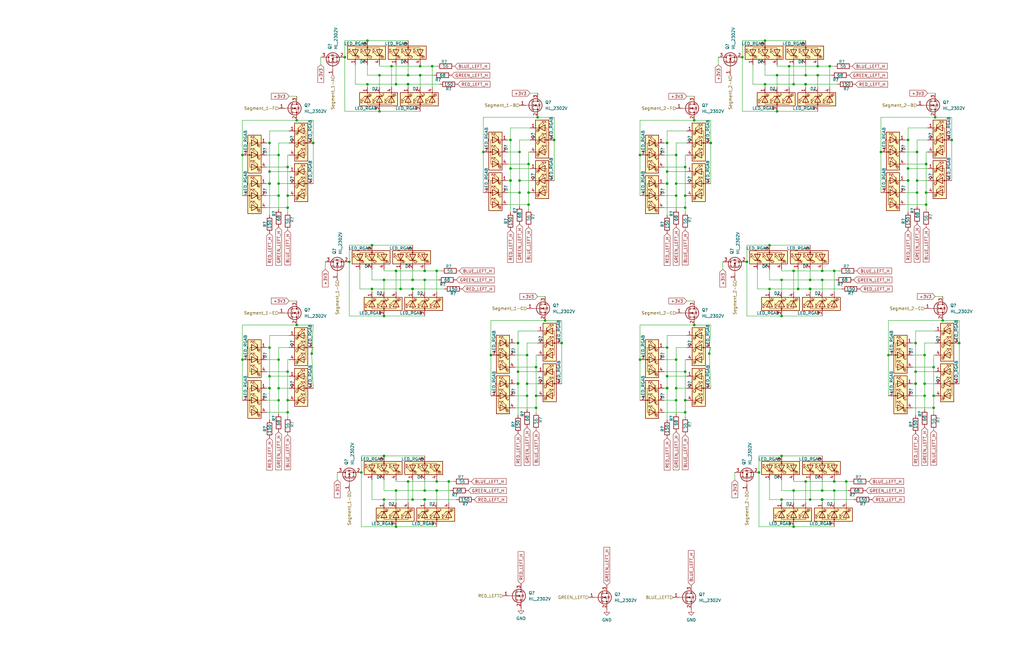
<source format=kicad_sch>
(kicad_sch (version 20211123) (generator eeschema)
  (paper "B")
  (junction (at 339.725 35.56))
  (junction (at 285.115 151.765))
  (junction (at 184.15 207.01))
  (junction (at 154.94 35.56))
  (junction (at 145.415 24.13))
  (junction (at 173.936 121.92))
  (junction (at 182.245 27.94))
  (junction (at 229.87 135.255))
  (junction (at 332.74 27.94))
  (junction (at 179.07 114.3))
  (junction (at 401.32 59.055))
  (junction (at 393.7 167.005))
  (junction (at 269.875 65.405))
  (junction (at 172.031 35.56))
  (junction (at 233.68 59.055))
  (junction (at 322.58 35.56))
  (junction (at 215.265 71.12))
  (junction (at 121.285 168.91))
  (junction (at 117.475 82.55))
  (junction (at 390.525 86.36))
  (junction (at 160.02 46.99))
  (junction (at 394.335 49.53))
  (junction (at 113.665 77.47))
  (junction (at 161.925 133.35))
  (junction (at 341.63 121.92))
  (junction (at 382.905 76.146))
  (junction (at 386.715 76.2))
  (junction (at 341.576 121.92))
  (junction (at 215.265 76.2))
  (junction (at 172.085 203.2))
  (junction (at 218.44 156.845))
  (junction (at 341.63 210.82))
  (junction (at 339.725 203.2))
  (junction (at 292.735 50.8))
  (junction (at 154.94 17.145))
  (junction (at 288.925 156.845))
  (junction (at 121.285 70.485))
  (junction (at 334.645 207.01))
  (junction (at 236.855 144.78))
  (junction (at 288.925 82.55))
  (junction (at 346.656 210.82))
  (junction (at 329.565 133.35))
  (junction (at 351.79 114.3))
  (junction (at 382.905 76.2))
  (junction (at 285.115 168.91))
  (junction (at 113.665 72.39))
  (junction (at 165.1 27.94))
  (junction (at 179.07 210.82))
  (junction (at 156.845 121.92))
  (junction (at 346.71 210.82))
  (junction (at 218.44 161.871))
  (junction (at 389.89 149.86))
  (junction (at 339.671 35.56))
  (junction (at 390.525 69.215))
  (junction (at 117.475 77.47))
  (junction (at 226.06 154.94))
  (junction (at 117.475 151.765))
  (junction (at 313.055 24.13))
  (junction (at 292.735 137.16))
  (junction (at 113.665 60.325))
  (junction (at 404.495 144.78))
  (junction (at 117.475 65.405))
  (junction (at 390.525 81.28))
  (junction (at 219.075 76.2))
  (junction (at 324.485 121.92))
  (junction (at 222.885 69.215))
  (junction (at 314.96 110.49))
  (junction (at 344.805 27.94))
  (junction (at 281.305 77.416))
  (junction (at 184.15 114.3))
  (junction (at 125.095 137.16))
  (junction (at 218.44 144.78))
  (junction (at 117.475 168.91))
  (junction (at 113.665 146.685))
  (junction (at 218.44 161.925))
  (junction (at 339.725 31.75))
  (junction (at 179.07 207.01))
  (junction (at 346.71 114.3))
  (junction (at 397.51 135.255))
  (junction (at 346.71 207.01))
  (junction (at 382.905 71.12))
  (junction (at 226.695 49.53))
  (junction (at 346.71 118.11))
  (junction (at 386.08 161.925))
  (junction (at 371.475 64.135))
  (junction (at 320.04 199.39))
  (junction (at 288.925 173.99))
  (junction (at 389.89 167.005))
  (junction (at 156.845 103.505))
  (junction (at 121.285 156.845))
  (junction (at 161.925 118.11))
  (junction (at 374.65 149.86))
  (junction (at 167.005 207.01))
  (junction (at 329.565 210.82))
  (junction (at 207.01 149.86))
  (junction (at 177.165 31.75))
  (junction (at 125.095 50.8))
  (junction (at 281.305 163.776))
  (junction (at 219.075 81.28))
  (junction (at 173.99 121.92))
  (junction (at 334.645 114.3))
  (junction (at 189.23 203.2))
  (junction (at 389.89 161.925))
  (junction (at 184.15 203.2))
  (junction (at 288.925 70.485))
  (junction (at 215.265 76.146))
  (junction (at 113.665 163.776))
  (junction (at 179.016 210.82))
  (junction (at 226.06 167.005))
  (junction (at 102.235 151.765))
  (junction (at 113.665 163.83))
  (junction (at 351.79 203.2))
  (junction (at 281.305 60.325))
  (junction (at 285.115 163.83))
  (junction (at 222.885 81.28))
  (junction (at 222.25 161.925))
  (junction (at 281.305 77.47))
  (junction (at 344.805 31.75))
  (junction (at 299.085 149.225))
  (junction (at 334.645 222.25))
  (junction (at 285.115 82.55))
  (junction (at 132.08 60.325))
  (junction (at 334.645 35.56))
  (junction (at 168.91 121.92))
  (junction (at 215.265 59.055))
  (junction (at 121.285 87.63))
  (junction (at 113.665 158.75))
  (junction (at 322.58 17.145))
  (junction (at 299.72 60.325))
  (junction (at 285.115 65.405))
  (junction (at 172.085 35.56))
  (junction (at 386.08 161.871))
  (junction (at 152.4 199.39))
  (junction (at 226.06 172.085))
  (junction (at 336.55 121.92))
  (junction (at 329.565 192.405))
  (junction (at 219.075 64.135))
  (junction (at 113.665 77.416))
  (junction (at 288.925 168.91))
  (junction (at 161.925 192.405))
  (junction (at 160.02 31.75))
  (junction (at 351.79 207.01))
  (junction (at 147.32 110.49))
  (junction (at 382.905 59.055))
  (junction (at 177.165 27.94))
  (junction (at 222.885 86.36))
  (junction (at 327.66 31.75))
  (junction (at 102.235 65.405))
  (junction (at 167.005 114.3))
  (junction (at 281.305 158.75))
  (junction (at 386.08 144.78))
  (junction (at 172.085 31.75))
  (junction (at 386.715 64.135))
  (junction (at 167.005 35.56))
  (junction (at 329.565 118.11))
  (junction (at 203.835 64.135))
  (junction (at 281.305 146.685))
  (junction (at 222.25 149.86))
  (junction (at 349.885 27.94))
  (junction (at 117.475 163.83))
  (junction (at 173.99 118.11))
  (junction (at 393.7 154.94))
  (junction (at 281.305 163.83))
  (junction (at 285.115 77.47))
  (junction (at 131.445 149.225))
  (junction (at 179.07 118.11))
  (junction (at 121.285 82.55))
  (junction (at 393.7 172.085))
  (junction (at 386.715 81.28))
  (junction (at 324.485 103.505))
  (junction (at 167.005 222.25))
  (junction (at 173.99 210.82))
  (junction (at 341.63 118.11))
  (junction (at 161.925 210.82))
  (junction (at 121.285 173.99))
  (junction (at 222.25 167.005))
  (junction (at 281.305 72.39))
  (junction (at 269.875 151.765))
  (junction (at 386.08 156.845))
  (junction (at 356.87 203.2))
  (junction (at 327.66 46.99))
  (junction (at 288.925 87.63))
  (wire (pts (xy 217.17 144.78) (xy 218.44 144.78)))
  (wire (pts (xy 161.925 207.01) (xy 167.005 207.01)))
  (wire (pts (xy 289.56 40.64) (xy 292.735 40.64)))
  (wire (pts (xy 332.74 27.94) (xy 344.805 27.94)))
  (wire (pts (xy 223.52 64.135) (xy 222.885 64.135)))
  (wire (pts (xy 351.79 114.3) (xy 353.695 114.3)))
  (wire (pts (xy 151.765 113.665) (xy 151.765 121.92)))
  (wire (pts (xy 351.79 207.01) (xy 357.505 207.01)))
  (wire (pts (xy 173.99 123.19) (xy 173.99 121.92)))
  (wire (pts (xy 149.86 27.305) (xy 149.86 35.56)))
  (wire (pts (xy 381.635 64.135) (xy 386.715 64.135)))
  (wire (pts (xy 121.285 82.55) (xy 121.285 87.63)))
  (wire (pts (xy 281.305 72.39) (xy 289.56 72.39)))
  (wire (pts (xy 161.925 212.09) (xy 161.925 210.82)))
  (wire (pts (xy 288.925 168.91) (xy 288.925 173.99)))
  (wire (pts (xy 334.645 35.56) (xy 339.671 35.56)))
  (wire (pts (xy 215.265 76.2) (xy 215.265 89.535)))
  (wire (pts (xy 236.855 135.255) (xy 236.855 144.78)))
  (wire (pts (xy 168.91 121.92) (xy 168.91 113.665)))
  (wire (pts (xy 319.405 121.92) (xy 324.485 121.92)))
  (wire (pts (xy 217.17 149.86) (xy 222.25 149.86)))
  (wire (pts (xy 281.305 146.685) (xy 281.305 158.75)))
  (wire (pts (xy 289.56 151.765) (xy 288.925 151.765)))
  (wire (pts (xy 288.925 70.485) (xy 288.925 82.55)))
  (wire (pts (xy 281.305 72.39) (xy 281.305 77.416)))
  (wire (pts (xy 356.87 212.09) (xy 356.87 203.2)))
  (wire (pts (xy 339.725 35.56) (xy 353.06 35.56)))
  (wire (pts (xy 132.08 50.8) (xy 132.08 60.325)))
  (wire (pts (xy 154.94 31.75) (xy 160.02 31.75)))
  (wire (pts (xy 121.285 168.91) (xy 121.285 173.99)))
  (wire (pts (xy 112.395 168.91) (xy 117.475 168.91)))
  (wire (pts (xy 165.1 36.83) (xy 165.1 27.94)))
  (wire (pts (xy 132.08 60.325) (xy 132.08 77.47)))
  (wire (pts (xy 149.86 35.56) (xy 154.94 35.56)))
  (wire (pts (xy 160.02 36.83) (xy 160.02 31.75)))
  (wire (pts (xy 322.58 17.145) (xy 339.725 17.145)))
  (wire (pts (xy 390.525 81.28) (xy 391.16 81.28)))
  (wire (pts (xy 289.56 55.245) (xy 281.305 55.245)))
  (wire (pts (xy 349.885 27.94) (xy 351.79 27.94)))
  (wire (pts (xy 393.7 167.005) (xy 393.7 172.085)))
  (wire (pts (xy 346.71 210.82) (xy 360.045 210.82)))
  (wire (pts (xy 317.5 27.305) (xy 317.5 35.56)))
  (wire (pts (xy 121.285 151.765) (xy 121.285 156.845)))
  (wire (pts (xy 165.1 27.94) (xy 177.165 27.94)))
  (wire (pts (xy 382.905 53.975) (xy 382.905 59.055)))
  (wire (pts (xy 184.15 203.2) (xy 189.23 203.2)))
  (wire (pts (xy 389.89 167.005) (xy 389.89 172.72)))
  (wire (pts (xy 299.72 137.16) (xy 299.085 149.225)))
  (wire (pts (xy 302.895 27.305) (xy 302.895 24.13)))
  (wire (pts (xy 173.99 118.11) (xy 179.07 118.11)))
  (wire (pts (xy 401.32 49.53) (xy 401.32 59.055)))
  (wire (pts (xy 314.96 103.505) (xy 324.485 103.505)))
  (wire (pts (xy 394.335 149.86) (xy 393.7 149.86)))
  (wire (pts (xy 344.805 27.94) (xy 344.805 27.305)))
  (wire (pts (xy 121.285 156.845) (xy 121.285 168.91)))
  (wire (pts (xy 324.485 113.665) (xy 324.485 118.11)))
  (wire (pts (xy 390.525 86.36) (xy 390.525 88.265)))
  (wire (pts (xy 329.565 212.09) (xy 329.565 210.82)))
  (wire (pts (xy 219.075 81.28) (xy 219.075 86.995)))
  (wire (pts (xy 314.96 133.35) (xy 314.96 110.49)))
  (wire (pts (xy 404.495 144.78) (xy 404.495 161.925)))
  (wire (pts (xy 381.635 86.36) (xy 390.525 86.36)))
  (wire (pts (xy 223.52 53.975) (xy 215.265 53.975)))
  (wire (pts (xy 334.645 202.565) (xy 334.645 203.2)))
  (wire (pts (xy 394.335 125.095) (xy 397.51 125.095)))
  (wire (pts (xy 161.925 133.35) (xy 179.07 133.35)))
  (wire (pts (xy 179.07 210.82) (xy 192.405 210.82)))
  (wire (pts (xy 102.235 137.16) (xy 102.235 151.765)))
  (wire (pts (xy 145.415 46.99) (xy 145.415 24.13)))
  (wire (pts (xy 121.92 65.405) (xy 121.285 65.405)))
  (wire (pts (xy 117.475 82.55) (xy 117.475 88.265)))
  (wire (pts (xy 172.085 203.2) (xy 184.15 203.2)))
  (wire (pts (xy 285.115 146.685) (xy 285.115 151.765)))
  (wire (pts (xy 313.055 46.99) (xy 313.055 24.13)))
  (wire (pts (xy 334.645 207.01) (xy 346.71 207.01)))
  (wire (pts (xy 161.925 210.82) (xy 173.99 210.82)))
  (wire (pts (xy 117.475 77.47) (xy 117.475 82.55)))
  (wire (pts (xy 384.81 154.94) (xy 393.7 154.94)))
  (wire (pts (xy 341.63 118.11) (xy 341.63 113.665)))
  (wire (pts (xy 167.005 123.19) (xy 167.005 114.3)))
  (wire (pts (xy 313.055 24.13) (xy 313.055 17.145)))
  (wire (pts (xy 117.475 146.685) (xy 117.475 151.765)))
  (wire (pts (xy 341.63 210.82) (xy 341.63 202.565)))
  (wire (pts (xy 121.285 87.63) (xy 121.285 89.535)))
  (wire (pts (xy 167.005 207.01) (xy 179.07 207.01)))
  (wire (pts (xy 217.17 172.085) (xy 226.06 172.085)))
  (wire (pts (xy 160.02 31.75) (xy 172.085 31.75)))
  (wire (pts (xy 207.01 135.255) (xy 229.87 135.255)))
  (wire (pts (xy 145.415 46.99) (xy 160.02 46.99)))
  (wire (pts (xy 314.96 110.49) (xy 314.96 103.505)))
  (wire (pts (xy 152.4 222.25) (xy 152.4 199.39)))
  (wire (pts (xy 121.92 60.325) (xy 117.475 60.325)))
  (wire (pts (xy 117.475 77.47) (xy 121.92 77.47)))
  (wire (pts (xy 184.15 212.09) (xy 184.15 207.01)))
  (wire (pts (xy 269.875 137.16) (xy 292.735 137.16)))
  (wire (pts (xy 222.25 161.925) (xy 226.695 161.925)))
  (wire (pts (xy 285.115 168.91) (xy 285.115 174.625)))
  (wire (pts (xy 167.005 203.2) (xy 172.085 203.2)))
  (wire (pts (xy 327.66 31.75) (xy 339.725 31.75)))
  (wire (pts (xy 288.925 156.845) (xy 288.925 168.91)))
  (wire (pts (xy 327.66 27.94) (xy 332.74 27.94)))
  (wire (pts (xy 292.735 137.16) (xy 299.72 137.16)))
  (wire (pts (xy 371.475 64.135) (xy 371.475 81.28)))
  (wire (pts (xy 339.725 31.75) (xy 344.805 31.75)))
  (wire (pts (xy 320.04 222.25) (xy 334.645 222.25)))
  (wire (pts (xy 160.02 46.99) (xy 177.165 46.99)))
  (wire (pts (xy 346.71 114.3) (xy 351.79 114.3)))
  (wire (pts (xy 112.395 156.845) (xy 121.285 156.845)))
  (wire (pts (xy 167.005 35.56) (xy 167.005 27.305)))
  (wire (pts (xy 285.115 163.83) (xy 285.115 168.91)))
  (wire (pts (xy 334.645 35.56) (xy 334.645 27.305)))
  (wire (pts (xy 329.565 202.565) (xy 329.565 207.01)))
  (wire (pts (xy 222.885 64.135) (xy 222.885 69.215)))
  (wire (pts (xy 113.665 158.75) (xy 121.92 158.75)))
  (wire (pts (xy 215.265 71.12) (xy 223.52 71.12)))
  (wire (pts (xy 177.165 36.83) (xy 177.165 31.75)))
  (wire (pts (xy 280.035 87.63) (xy 288.925 87.63)))
  (wire (pts (xy 145.415 24.13) (xy 145.415 17.145)))
  (wire (pts (xy 112.395 87.63) (xy 121.285 87.63)))
  (wire (pts (xy 389.89 144.78) (xy 389.89 149.86)))
  (wire (pts (xy 334.645 203.2) (xy 339.725 203.2)))
  (wire (pts (xy 334.645 222.25) (xy 351.79 222.25)))
  (wire (pts (xy 121.285 173.99) (xy 121.285 175.895)))
  (wire (pts (xy 346.71 114.3) (xy 346.71 113.665)))
  (wire (pts (xy 217.17 167.005) (xy 222.25 167.005)))
  (wire (pts (xy 147.32 103.505) (xy 156.845 103.505)))
  (wire (pts (xy 327.66 36.83) (xy 327.66 31.75)))
  (wire (pts (xy 382.905 59.055) (xy 382.905 71.12)))
  (wire (pts (xy 322.58 31.75) (xy 327.66 31.75)))
  (wire (pts (xy 223.52 39.37) (xy 226.695 39.37)))
  (wire (pts (xy 147.32 133.35) (xy 161.925 133.35)))
  (wire (pts (xy 160.02 27.94) (xy 165.1 27.94)))
  (wire (pts (xy 113.665 55.245) (xy 113.665 60.325)))
  (wire (pts (xy 112.395 151.765) (xy 117.475 151.765)))
  (wire (pts (xy 213.995 69.215) (xy 222.885 69.215)))
  (wire (pts (xy 102.235 65.405) (xy 102.235 82.55)))
  (wire (pts (xy 397.51 135.255) (xy 404.495 135.255)))
  (wire (pts (xy 280.035 163.83) (xy 281.305 163.83)))
  (wire (pts (xy 299.72 50.8) (xy 299.72 60.325)))
  (wire (pts (xy 329.565 192.405) (xy 346.71 192.405)))
  (wire (pts (xy 390.525 64.135) (xy 390.525 69.215)))
  (wire (pts (xy 285.115 60.325) (xy 285.115 65.405)))
  (wire (pts (xy 219.075 64.135) (xy 219.075 76.2)))
  (wire (pts (xy 334.645 123.19) (xy 334.645 114.3)))
  (wire (pts (xy 182.245 36.83) (xy 182.245 27.94)))
  (wire (pts (xy 156.845 118.11) (xy 161.925 118.11)))
  (wire (pts (xy 288.925 168.91) (xy 289.56 168.91)))
  (wire (pts (xy 121.285 82.55) (xy 121.92 82.55)))
  (wire (pts (xy 184.15 114.3) (xy 186.055 114.3)))
  (wire (pts (xy 160.02 27.305) (xy 160.02 27.94)))
  (wire (pts (xy 217.17 161.925) (xy 218.44 161.925)))
  (wire (pts (xy 145.415 17.145) (xy 154.94 17.145)))
  (wire (pts (xy 213.995 76.2) (xy 215.265 76.2)))
  (wire (pts (xy 102.235 151.765) (xy 102.235 168.91)))
  (wire (pts (xy 161.925 113.665) (xy 161.925 114.3)))
  (wire (pts (xy 289.56 65.405) (xy 288.925 65.405)))
  (wire (pts (xy 161.925 123.19) (xy 161.925 118.11)))
  (wire (pts (xy 233.68 49.53) (xy 233.68 59.055)))
  (wire (pts (xy 215.265 59.055) (xy 215.265 71.12)))
  (wire (pts (xy 219.075 76.2) (xy 219.075 81.28)))
  (wire (pts (xy 203.835 49.53) (xy 226.695 49.53)))
  (wire (pts (xy 289.56 60.325) (xy 285.115 60.325)))
  (wire (pts (xy 346.71 207.01) (xy 351.79 207.01)))
  (wire (pts (xy 280.035 156.845) (xy 288.925 156.845)))
  (wire (pts (xy 382.905 76.2) (xy 382.905 89.535)))
  (wire (pts (xy 168.91 121.92) (xy 173.936 121.92)))
  (wire (pts (xy 386.715 64.135) (xy 386.715 76.2)))
  (wire (pts (xy 329.565 118.11) (xy 341.63 118.11)))
  (wire (pts (xy 177.165 31.75) (xy 182.88 31.75)))
  (wire (pts (xy 285.115 163.83) (xy 289.56 163.83)))
  (wire (pts (xy 289.56 141.605) (xy 281.305 141.605)))
  (wire (pts (xy 389.89 161.925) (xy 389.89 167.005)))
  (wire (pts (xy 320.04 222.25) (xy 320.04 199.39)))
  (wire (pts (xy 125.095 50.8) (xy 132.08 50.8)))
  (wire (pts (xy 179.07 207.01) (xy 184.15 207.01)))
  (wire (pts (xy 391.16 59.055) (xy 386.715 59.055)))
  (wire (pts (xy 222.885 86.36) (xy 222.885 88.265)))
  (wire (pts (xy 121.92 55.245) (xy 113.665 55.245)))
  (wire (pts (xy 173.99 210.82) (xy 179.016 210.82)))
  (wire (pts (xy 280.035 70.485) (xy 288.925 70.485)))
  (wire (pts (xy 285.115 65.405) (xy 285.115 77.47)))
  (wire (pts (xy 172.085 35.56) (xy 185.42 35.56)))
  (wire (pts (xy 184.15 207.01) (xy 189.865 207.01)))
  (wire (pts (xy 288.925 82.55) (xy 288.925 87.63)))
  (wire (pts (xy 222.885 81.28) (xy 223.52 81.28)))
  (wire (pts (xy 226.06 167.005) (xy 226.06 172.085)))
  (wire (pts (xy 113.665 158.75) (xy 113.665 163.776)))
  (wire (pts (xy 394.335 139.7) (xy 386.08 139.7)))
  (wire (pts (xy 280.035 65.405) (xy 285.115 65.405)))
  (wire (pts (xy 179.07 212.09) (xy 179.07 210.82)))
  (wire (pts (xy 152.4 199.39) (xy 152.4 192.405)))
  (wire (pts (xy 154.94 36.83) (xy 154.94 35.56)))
  (wire (pts (xy 391.16 39.37) (xy 394.335 39.37)))
  (wire (pts (xy 317.5 35.56) (xy 322.58 35.56)))
  (wire (pts (xy 346.71 207.01) (xy 346.71 202.565)))
  (wire (pts (xy 182.245 27.94) (xy 184.15 27.94)))
  (wire (pts (xy 381.635 59.055) (xy 382.905 59.055)))
  (wire (pts (xy 341.63 210.82) (xy 346.656 210.82)))
  (wire (pts (xy 386.08 144.78) (xy 386.08 156.845)))
  (wire (pts (xy 299.72 60.325) (xy 299.72 77.47)))
  (wire (pts (xy 324.485 210.82) (xy 329.565 210.82)))
  (wire (pts (xy 319.405 113.665) (xy 319.405 121.92)))
  (wire (pts (xy 142.24 202.565) (xy 142.24 199.39)))
  (wire (pts (xy 382.905 71.12) (xy 382.905 76.146)))
  (wire (pts (xy 179.07 207.01) (xy 179.07 202.565)))
  (wire (pts (xy 222.25 161.925) (xy 222.25 167.005)))
  (wire (pts (xy 203.835 64.135) (xy 203.835 81.28)))
  (wire (pts (xy 384.81 167.005) (xy 389.89 167.005)))
  (wire (pts (xy 288.925 173.99) (xy 288.925 175.895)))
  (wire (pts (xy 324.485 103.505) (xy 341.63 103.505)))
  (wire (pts (xy 344.805 31.75) (xy 350.52 31.75)))
  (wire (pts (xy 382.905 71.12) (xy 391.16 71.12)))
  (wire (pts (xy 156.845 210.82) (xy 161.925 210.82)))
  (wire (pts (xy 213.995 81.28) (xy 219.075 81.28)))
  (wire (pts (xy 147.32 133.35) (xy 147.32 110.49)))
  (wire (pts (xy 161.925 114.3) (xy 167.005 114.3)))
  (wire (pts (xy 113.665 72.39) (xy 121.92 72.39)))
  (wire (pts (xy 374.65 135.255) (xy 397.51 135.255)))
  (wire (pts (xy 172.085 31.75) (xy 177.165 31.75)))
  (wire (pts (xy 341.63 123.19) (xy 341.63 121.92)))
  (wire (pts (xy 329.565 114.3) (xy 334.645 114.3)))
  (wire (pts (xy 131.445 149.225) (xy 132.08 163.83)))
  (wire (pts (xy 288.925 65.405) (xy 288.925 70.485)))
  (wire (pts (xy 179.07 118.11) (xy 184.785 118.11)))
  (wire (pts (xy 172.085 31.75) (xy 172.085 27.305)))
  (wire (pts (xy 389.89 161.925) (xy 394.335 161.925)))
  (wire (pts (xy 280.035 168.91) (xy 285.115 168.91)))
  (wire (pts (xy 394.335 49.53) (xy 401.32 49.53)))
  (wire (pts (xy 304.8 113.665) (xy 304.8 110.49)))
  (wire (pts (xy 288.925 87.63) (xy 288.925 89.535)))
  (wire (pts (xy 356.87 203.2) (xy 358.775 203.2)))
  (wire (pts (xy 339.725 31.75) (xy 339.725 27.305)))
  (wire (pts (xy 324.485 118.11) (xy 329.565 118.11)))
  (wire (pts (xy 152.4 222.25) (xy 167.005 222.25)))
  (wire (pts (xy 336.55 121.92) (xy 336.55 113.665)))
  (wire (pts (xy 394.335 144.78) (xy 389.89 144.78)))
  (wire (pts (xy 213.995 59.055) (xy 215.265 59.055)))
  (wire (pts (xy 222.25 144.78) (xy 222.25 149.86)))
  (wire (pts (xy 161.925 192.405) (xy 179.07 192.405)))
  (wire (pts (xy 281.305 141.605) (xy 281.305 146.685)))
  (wire (pts (xy 226.06 172.085) (xy 226.06 173.99)))
  (wire (pts (xy 179.07 123.19) (xy 179.07 118.11)))
  (wire (pts (xy 404.495 135.255) (xy 404.495 144.78)))
  (wire (pts (xy 334.645 212.09) (xy 334.645 207.01)))
  (wire (pts (xy 346.71 118.11) (xy 352.425 118.11)))
  (wire (pts (xy 281.305 55.245) (xy 281.305 60.325)))
  (wire (pts (xy 207.01 149.86) (xy 207.01 167.005)))
  (wire (pts (xy 322.58 35.56) (xy 334.645 35.56)))
  (wire (pts (xy 215.265 71.12) (xy 215.265 76.146)))
  (wire (pts (xy 173.99 121.92) (xy 187.325 121.92)))
  (wire (pts (xy 184.15 203.2) (xy 184.15 202.565)))
  (wire (pts (xy 177.165 27.94) (xy 177.165 27.305)))
  (wire (pts (xy 313.055 17.145) (xy 322.58 17.145)))
  (wire (pts (xy 280.035 82.55) (xy 285.115 82.55)))
  (wire (pts (xy 167.005 202.565) (xy 167.005 203.2)))
  (wire (pts (xy 156.845 103.505) (xy 173.99 103.505)))
  (wire (pts (xy 329.565 123.19) (xy 329.565 118.11)))
  (wire (pts (xy 172.085 212.09) (xy 172.085 203.2)))
  (wire (pts (xy 269.875 65.405) (xy 269.875 82.55)))
  (wire (pts (xy 161.925 118.11) (xy 173.99 118.11)))
  (wire (pts (xy 222.885 81.28) (xy 222.885 86.36)))
  (wire (pts (xy 281.305 158.75) (xy 289.56 158.75)))
  (wire (pts (xy 117.475 65.405) (xy 117.475 77.47)))
  (wire (pts (xy 121.285 168.91) (xy 121.92 168.91)))
  (wire (pts (xy 374.65 149.86) (xy 374.65 167.005)))
  (wire (pts (xy 324.485 123.19) (xy 324.485 121.92)))
  (wire (pts (xy 147.32 110.49) (xy 147.32 103.505)))
  (wire (pts (xy 207.01 135.255) (xy 207.01 149.86)))
  (wire (pts (xy 401.32 59.055) (xy 401.32 76.2)))
  (wire (pts (xy 156.845 123.19) (xy 156.845 121.92)))
  (wire (pts (xy 334.645 114.3) (xy 346.71 114.3)))
  (wire (pts (xy 346.71 123.19) (xy 346.71 118.11)))
  (wire (pts (xy 226.695 144.78) (xy 222.25 144.78)))
  (wire (pts (xy 329.565 113.665) (xy 329.565 114.3)))
  (wire (pts (xy 281.305 163.83) (xy 281.305 177.165)))
  (wire (pts (xy 167.005 35.56) (xy 172.031 35.56)))
  (wire (pts (xy 218.44 156.845) (xy 226.695 156.845)))
  (wire (pts (xy 121.92 141.605) (xy 113.665 141.605)))
  (wire (pts (xy 288.925 82.55) (xy 289.56 82.55)))
  (wire (pts (xy 137.16 113.665) (xy 137.16 110.49)))
  (wire (pts (xy 156.845 113.665) (xy 156.845 118.11)))
  (wire (pts (xy 229.87 135.255) (xy 236.855 135.255)))
  (wire (pts (xy 117.475 151.765) (xy 117.475 163.83)))
  (wire (pts (xy 112.395 163.83) (xy 113.665 163.83)))
  (wire (pts (xy 349.885 36.83) (xy 349.885 27.94)))
  (wire (pts (xy 285.115 77.47) (xy 289.56 77.47)))
  (wire (pts (xy 226.695 149.86) (xy 226.06 149.86)))
  (wire (pts (xy 189.23 203.2) (xy 191.135 203.2)))
  (wire (pts (xy 226.695 49.53) (xy 233.68 49.53)))
  (wire (pts (xy 341.63 121.92) (xy 354.965 121.92)))
  (wire (pts (xy 117.475 168.91) (xy 117.475 174.625)))
  (wire (pts (xy 226.06 167.005) (xy 226.695 167.005)))
  (wire (pts (xy 320.04 199.39) (xy 320.04 192.405)))
  (wire (pts (xy 336.55 121.92) (xy 341.576 121.92)))
  (wire (pts (xy 285.115 82.55) (xy 285.115 88.265)))
  (wire (pts (xy 121.285 70.485) (xy 121.285 82.55)))
  (wire (pts (xy 371.475 49.53) (xy 394.335 49.53)))
  (wire (pts (xy 313.055 46.99) (xy 327.66 46.99)))
  (wire (pts (xy 269.875 50.8) (xy 292.735 50.8)))
  (wire (pts (xy 112.395 77.47) (xy 113.665 77.47)))
  (wire (pts (xy 332.74 36.83) (xy 332.74 27.94)))
  (wire (pts (xy 167.005 114.3) (xy 179.07 114.3)))
  (wire (pts (xy 226.06 154.94) (xy 226.06 167.005)))
  (wire (pts (xy 384.81 172.085) (xy 393.7 172.085)))
  (wire (pts (xy 351.79 203.2) (xy 351.79 202.565)))
  (wire (pts (xy 172.085 36.83) (xy 172.085 35.56)))
  (wire (pts (xy 386.08 156.845) (xy 394.335 156.845)))
  (wire (pts (xy 289.56 127) (xy 292.735 127)))
  (wire (pts (xy 121.92 40.64) (xy 125.095 40.64)))
  (wire (pts (xy 222.25 167.005) (xy 222.25 172.72)))
  (wire (pts (xy 218.44 139.7) (xy 218.44 144.78)))
  (wire (pts (xy 322.58 36.83) (xy 322.58 35.56)))
  (wire (pts (xy 386.715 76.2) (xy 386.715 81.28)))
  (wire (pts (xy 329.565 207.01) (xy 334.645 207.01)))
  (wire (pts (xy 173.99 210.82) (xy 173.99 202.565)))
  (wire (pts (xy 213.995 64.135) (xy 219.075 64.135)))
  (wire (pts (xy 177.165 27.94) (xy 182.245 27.94)))
  (wire (pts (xy 391.16 53.975) (xy 382.905 53.975)))
  (wire (pts (xy 102.235 137.16) (xy 125.095 137.16)))
  (wire (pts (xy 184.15 123.19) (xy 184.15 114.3)))
  (wire (pts (xy 173.99 118.11) (xy 173.99 113.665)))
  (wire (pts (xy 113.665 60.325) (xy 113.665 72.39)))
  (wire (pts (xy 386.08 139.7) (xy 386.08 144.78)))
  (wire (pts (xy 299.085 149.225) (xy 299.72 163.83)))
  (wire (pts (xy 280.035 77.47) (xy 281.305 77.47)))
  (wire (pts (xy 269.875 50.8) (xy 269.875 65.405)))
  (wire (pts (xy 179.07 114.3) (xy 179.07 113.665)))
  (wire (pts (xy 113.665 163.83) (xy 113.665 177.165)))
  (wire (pts (xy 117.475 60.325) (xy 117.475 65.405)))
  (wire (pts (xy 102.235 50.8) (xy 125.095 50.8)))
  (wire (pts (xy 374.65 135.255) (xy 374.65 149.86)))
  (wire (pts (xy 117.475 163.83) (xy 117.475 168.91)))
  (wire (pts (xy 213.995 86.36) (xy 222.885 86.36)))
  (wire (pts (xy 121.92 146.685) (xy 117.475 146.685)))
  (wire (pts (xy 189.23 212.09) (xy 189.23 203.2)))
  (wire (pts (xy 161.925 202.565) (xy 161.925 207.01)))
  (wire (pts (xy 344.805 36.83) (xy 344.805 31.75)))
  (wire (pts (xy 132.08 146.685) (xy 131.445 149.225)))
  (wire (pts (xy 292.735 50.8) (xy 299.72 50.8)))
  (wire (pts (xy 281.305 60.325) (xy 281.305 72.39)))
  (wire (pts (xy 381.635 69.215) (xy 390.525 69.215)))
  (wire (pts (xy 327.66 46.99) (xy 344.805 46.99)))
  (wire (pts (xy 112.395 173.99) (xy 121.285 173.99)))
  (wire (pts (xy 384.81 161.925) (xy 386.08 161.925)))
  (wire (pts (xy 151.765 121.92) (xy 156.845 121.92)))
  (wire (pts (xy 280.035 146.685) (xy 281.305 146.685)))
  (wire (pts (xy 121.285 65.405) (xy 121.285 70.485)))
  (wire (pts (xy 112.395 82.55) (xy 117.475 82.55)))
  (wire (pts (xy 390.525 69.215) (xy 390.525 81.28)))
  (wire (pts (xy 381.635 81.28) (xy 386.715 81.28)))
  (wire (pts (xy 233.68 59.055) (xy 233.68 76.2)))
  (wire (pts (xy 281.305 158.75) (xy 281.305 163.776)))
  (wire (pts (xy 339.725 203.2) (xy 351.79 203.2)))
  (wire (pts (xy 156.845 202.565) (xy 156.845 210.82)))
  (wire (pts (xy 167.005 212.09) (xy 167.005 207.01)))
  (wire (pts (xy 125.095 137.16) (xy 132.08 137.16)))
  (wire (pts (xy 226.695 139.7) (xy 218.44 139.7)))
  (wire (pts (xy 121.92 151.765) (xy 121.285 151.765)))
  (wire (pts (xy 320.04 192.405) (xy 329.565 192.405)))
  (wire (pts (xy 351.79 123.19) (xy 351.79 114.3)))
  (wire (pts (xy 346.71 212.09) (xy 346.71 210.82)))
  (wire (pts (xy 322.58 27.305) (xy 322.58 31.75)))
  (wire (pts (xy 299.72 146.685) (xy 299.085 149.225)))
  (wire (pts (xy 219.075 59.055) (xy 219.075 64.135)))
  (wire (pts (xy 351.79 203.2) (xy 356.87 203.2)))
  (wire (pts (xy 102.235 50.8) (xy 102.235 65.405)))
  (wire (pts (xy 384.81 144.78) (xy 386.08 144.78)))
  (wire (pts (xy 222.885 69.215) (xy 222.885 81.28)))
  (wire (pts (xy 285.115 77.47) (xy 285.115 82.55)))
  (wire (pts (xy 218.44 161.925) (xy 218.44 175.26)))
  (wire (pts (xy 135.255 27.305) (xy 135.255 24.13)))
  (wire (pts (xy 384.81 149.86) (xy 389.89 149.86)))
  (wire (pts (xy 223.52 59.055) (xy 219.075 59.055)))
  (wire (pts (xy 339.725 212.09) (xy 339.725 203.2)))
  (wire (pts (xy 371.475 49.53) (xy 371.475 64.135)))
  (wire (pts (xy 386.08 161.925) (xy 386.08 175.26)))
  (wire (pts (xy 117.475 163.83) (xy 121.92 163.83)))
  (wire (pts (xy 222.25 149.86) (xy 222.25 161.925)))
  (wire (pts (xy 339.725 36.83) (xy 339.725 35.56)))
  (wire (pts (xy 156.845 121.92) (xy 168.91 121.92)))
  (wire (pts (xy 281.305 77.47) (xy 281.305 90.805)))
  (wire (pts (xy 218.44 156.845) (xy 218.44 161.871)))
  (wire (pts (xy 236.855 144.78) (xy 236.855 161.925)))
  (wire (pts (xy 351.79 212.09) (xy 351.79 207.01)))
  (wire (pts (xy 112.395 70.485) (xy 121.285 70.485)))
  (wire (pts (xy 217.17 154.94) (xy 226.06 154.94)))
  (wire (pts (xy 344.805 27.94) (xy 349.885 27.94)))
  (wire (pts (xy 269.875 137.16) (xy 269.875 151.765)))
  (wire (pts (xy 154.94 35.56) (xy 167.005 35.56)))
  (wire (pts (xy 381.635 76.2) (xy 382.905 76.2)))
  (wire (pts (xy 121.92 127) (xy 125.095 127)))
  (wire (pts (xy 113.665 72.39) (xy 113.665 77.416)))
  (wire (pts (xy 152.4 192.405) (xy 161.925 192.405)))
  (wire (pts (xy 324.485 202.565) (xy 324.485 210.82)))
  (wire (pts (xy 179.07 114.3) (xy 184.15 114.3)))
  (wire (pts (xy 112.395 65.405) (xy 117.475 65.405)))
  (wire (pts (xy 132.08 137.16) (xy 131.445 149.225)))
  (wire (pts (xy 390.525 81.28) (xy 390.525 86.36)))
  (wire (pts (xy 154.94 17.145) (xy 172.085 17.145)))
  (wire (pts (xy 341.63 118.11) (xy 346.71 118.11)))
  (wire (pts (xy 393.7 167.005) (xy 394.335 167.005)))
  (wire (pts (xy 280.035 151.765) (xy 285.115 151.765)))
  (wire (pts (xy 314.96 133.35) (xy 329.565 133.35)))
  (wire (pts (xy 386.08 156.845) (xy 386.08 161.871)))
  (wire (pts (xy 219.075 76.2) (xy 223.52 76.2)))
  (wire (pts (xy 324.485 121.92) (xy 336.55 121.92)))
  (wire (pts (xy 329.565 133.35) (xy 346.71 133.35)))
  (wire (pts (xy 113.665 77.47) (xy 113.665 90.805)))
  (wire (pts (xy 167.005 222.25) (xy 184.15 222.25)))
  (wire (pts (xy 386.715 59.055) (xy 386.715 64.135)))
  (wire (pts (xy 285.115 151.765) (xy 285.115 163.83)))
  (wire (pts (xy 226.06 149.86) (xy 226.06 154.94)))
  (wire (pts (xy 215.265 53.975) (xy 215.265 59.055)))
  (wire (pts (xy 226.695 125.095) (xy 229.87 125.095)))
  (wire (pts (xy 203.835 49.53) (xy 203.835 64.135)))
  (wire (pts (xy 112.395 146.685) (xy 113.665 146.685)))
  (wire (pts (xy 154.94 27.305) (xy 154.94 31.75)))
  (wire (pts (xy 269.875 151.765) (xy 269.875 168.91)))
  (wire (pts (xy 393.7 149.86) (xy 393.7 154.94)))
  (wire (pts (xy 289.56 146.685) (xy 285.115 146.685)))
  (wire (pts (xy 309.88 202.565) (xy 309.88 199.39)))
  (wire (pts (xy 280.035 173.99) (xy 288.925 173.99)))
  (wire (pts (xy 393.7 172.085) (xy 393.7 173.99)))
  (wire (pts (xy 386.715 76.2) (xy 391.16 76.2)))
  (wire (pts (xy 386.715 81.28) (xy 386.715 86.995)))
  (wire (pts (xy 389.89 149.86) (xy 389.89 161.925)))
  (wire (pts (xy 113.665 146.685) (xy 113.665 158.75)))
  (wire (pts (xy 113.665 141.605) (xy 113.665 146.685)))
  (wire (pts (xy 391.16 64.135) (xy 390.525 64.135)))
  (wire (pts (xy 393.7 154.94) (xy 393.7 167.005)))
  (wire (pts (xy 327.66 27.305) (xy 327.66 27.94)))
  (wire (pts (xy 280.035 60.325) (xy 281.305 60.325)))
  (wire (pts (xy 329.565 210.82) (xy 341.63 210.82)))
  (wire (pts (xy 112.395 60.325) (xy 113.665 60.325)))
  (wire (pts (xy 288.925 151.765) (xy 288.925 156.845)))
  (wire (pts (xy 218.44 144.78) (xy 218.44 156.845)))
  (global_label "RED_LEFT_H" (shape input) (at 218.44 182.88 270) (property "Intersheet References" "${INTERSHEET_REFS}" (effects hide)))
  (global_label "GREEN_LEFT_H" (shape input) (at 358.14 31.75 0) (property "Intersheet References" "${INTERSHEET_REFS}" (effects hide)))
  (global_label "RED_LEFT_H" (shape input) (at 382.905 97.155 270) (property "Intersheet References" "${INTERSHEET_REFS}" (effects hide)))
  (global_label "BLUE_LEFT_H" (shape input) (at 198.755 203.2 0) (property "Intersheet References" "${INTERSHEET_REFS}" (effects hide)))
  (global_label "+3V3" (shape input) (at 121.92 40.64 180) (property "Intersheet References" "${INTERSHEET_REFS}" (effects hide)))
  (global_label "GREEN_LEFT_H" (shape input) (at 255.905 247.015 90) (property "Intersheet References" "${INTERSHEET_REFS}" (effects hide)))
  (global_label "GREEN_LEFT_H" (shape input) (at 285.115 182.245 270) (property "Intersheet References" "${INTERSHEET_REFS}" (effects hide)))
  (global_label "RED_LEFT_H" (shape input) (at 215.265 97.155 270) (property "Intersheet References" "${INTERSHEET_REFS}" (effects hide)))
  (global_label "GREEN_LEFT_H" (shape input) (at 192.405 118.11 0) (property "Intersheet References" "${INTERSHEET_REFS}" (effects hide)))
  (global_label "BLUE_LEFT_H" (shape input) (at 361.315 114.3 0) (property "Intersheet References" "${INTERSHEET_REFS}" (effects hide)))
  (global_label "RED_LEFT_H" (shape input) (at 193.04 35.56 0) (property "Intersheet References" "${INTERSHEET_REFS}" (effects hide)))
  (global_label "GREEN_LEFT_H" (shape input) (at 365.125 207.01 0) (property "Intersheet References" "${INTERSHEET_REFS}" (effects hide)))
  (global_label "BLUE_LEFT_H" (shape input) (at 390.525 95.885 270) (property "Intersheet References" "${INTERSHEET_REFS}" (effects hide)))
  (global_label "+3V3" (shape input) (at 391.16 39.37 180) (property "Intersheet References" "${INTERSHEET_REFS}" (effects hide)))
  (global_label "BLUE_LEFT_H" (shape input) (at 193.675 114.3 0) (property "Intersheet References" "${INTERSHEET_REFS}" (effects hide)))
  (global_label "+3V3" (shape input) (at 135.255 27.305 270) (property "Intersheet References" "${INTERSHEET_REFS}" (effects hide)))
  (global_label "+3V3" (shape input) (at 121.92 127 180) (property "Intersheet References" "${INTERSHEET_REFS}" (effects hide)))
  (global_label "BLUE_LEFT_H" (shape input) (at 222.885 95.885 270) (property "Intersheet References" "${INTERSHEET_REFS}" (effects hide)))
  (global_label "GREEN_LEFT_H" (shape input) (at 197.485 207.01 0) (property "Intersheet References" "${INTERSHEET_REFS}" (effects hide)))
  (global_label "GREEN_LEFT_H" (shape input) (at 117.475 182.245 270) (property "Intersheet References" "${INTERSHEET_REFS}" (effects hide)))
  (global_label "GREEN_LEFT_H" (shape input) (at 386.715 94.615 270) (property "Intersheet References" "${INTERSHEET_REFS}" (effects hide)))
  (global_label "+3V3" (shape input) (at 142.24 202.565 270) (property "Intersheet References" "${INTERSHEET_REFS}" (effects hide)))
  (global_label "BLUE_LEFT_H" (shape input) (at 393.7 181.61 270) (property "Intersheet References" "${INTERSHEET_REFS}" (effects hide)))
  (global_label "RED_LEFT_H" (shape input) (at 113.665 184.785 270) (property "Intersheet References" "${INTERSHEET_REFS}" (effects hide)))
  (global_label "BLUE_LEFT_H" (shape input) (at 226.06 181.61 270) (property "Intersheet References" "${INTERSHEET_REFS}" (effects hide)))
  (global_label "BLUE_LEFT_H" (shape input) (at 191.77 27.94 0) (property "Intersheet References" "${INTERSHEET_REFS}" (effects hide)))
  (global_label "RED_LEFT_H" (shape input) (at 362.585 121.92 0) (property "Intersheet References" "${INTERSHEET_REFS}" (effects hide)))
  (global_label "BLUE_LEFT_H" (shape input) (at 366.395 203.2 0) (property "Intersheet References" "${INTERSHEET_REFS}" (effects hide)))
  (global_label "BLUE_LEFT_H" (shape input) (at 288.925 97.155 270) (property "Intersheet References" "${INTERSHEET_REFS}" (effects hide)))
  (global_label "+3V3" (shape input) (at 302.895 27.305 270) (property "Intersheet References" "${INTERSHEET_REFS}" (effects hide)))
  (global_label "BLUE_LEFT_H" (shape input) (at 121.285 97.155 270) (property "Intersheet References" "${INTERSHEET_REFS}" (effects hide)))
  (global_label "GREEN_LEFT_H" (shape input) (at 389.89 180.34 270) (property "Intersheet References" "${INTERSHEET_REFS}" (effects hide)))
  (global_label "BLUE_LEFT_H" (shape input) (at 359.41 27.94 0) (property "Intersheet References" "${INTERSHEET_REFS}" (effects hide)))
  (global_label "+3V3" (shape input) (at 394.335 125.095 180) (property "Intersheet References" "${INTERSHEET_REFS}" (effects hide)))
  (global_label "BLUE_LEFT_H" (shape input) (at 288.925 183.515 270) (property "Intersheet References" "${INTERSHEET_REFS}" (effects hide)))
  (global_label "+3V3" (shape input) (at 289.56 40.64 180) (property "Intersheet References" "${INTERSHEET_REFS}" (effects hide)))
  (global_label "RED_LEFT_H" (shape input) (at 219.71 246.38 90) (property "Intersheet References" "${INTERSHEET_REFS}" (effects hide)))
  (global_label "+3V3" (shape input) (at 304.8 113.665 270) (property "Intersheet References" "${INTERSHEET_REFS}" (effects hide)))
  (global_label "RED_LEFT_H" (shape input) (at 367.665 210.82 0) (property "Intersheet References" "${INTERSHEET_REFS}" (effects hide)))
  (global_label "BLUE_LEFT_H" (shape input) (at 291.465 247.015 90) (property "Intersheet References" "${INTERSHEET_REFS}" (effects hide)))
  (global_label "+3V3" (shape input) (at 289.56 127 180) (property "Intersheet References" "${INTERSHEET_REFS}" (effects hide)))
  (global_label "RED_LEFT_H" (shape input) (at 281.305 184.785 270) (property "Intersheet References" "${INTERSHEET_REFS}" (effects hide)))
  (global_label "GREEN_LEFT_H" (shape input) (at 222.25 180.34 270) (property "Intersheet References" "${INTERSHEET_REFS}" (effects hide)))
  (global_label "+3V3" (shape input) (at 223.52 39.37 180) (property "Intersheet References" "${INTERSHEET_REFS}" (effects hide)))
  (global_label "RED_LEFT_H" (shape input) (at 281.305 98.425 270) (property "Intersheet References" "${INTERSHEET_REFS}" (effects hide)))
  (global_label "+3V3" (shape input) (at 226.695 125.095 180) (property "Intersheet References" "${INTERSHEET_REFS}" (effects hide)))
  (global_label "GREEN_LEFT_H" (shape input) (at 360.045 118.11 0) (property "Intersheet References" "${INTERSHEET_REFS}" (effects hide)))
  (global_label "RED_LEFT_H" (shape input) (at 200.025 210.82 0) (property "Intersheet References" "${INTERSHEET_REFS}" (effects hide)))
  (global_label "BLUE_LEFT_H" (shape input) (at 121.285 183.515 270) (property "Intersheet References" "${INTERSHEET_REFS}" (effects hide)))
  (global_label "RED_LEFT_H" (shape input) (at 386.08 182.88 270) (property "Intersheet References" "${INTERSHEET_REFS}" (effects hide)))
  (global_label "GREEN_LEFT_H" (shape input) (at 285.115 95.885 270) (property "Intersheet References" "${INTERSHEET_REFS}" (effects hide)))
  (global_label "GREEN_LEFT_H" (shape input) (at 219.075 94.615 270) (property "Intersheet References" "${INTERSHEET_REFS}" (effects hide)))
  (global_label "+3V3" (shape input) (at 137.16 113.665 270) (property "Intersheet References" "${INTERSHEET_REFS}" (effects hide)))
  (global_label "RED_LEFT_H" (shape input) (at 360.68 35.56 0) (property "Intersheet References" "${INTERSHEET_REFS}" (effects hide)))
  (global_label "GREEN_LEFT_H" (shape input) (at 117.475 95.885 270) (property "Intersheet References" "${INTERSHEET_REFS}" (effects hide)))
  (global_label "RED_LEFT_H" (shape input) (at 113.665 98.425 270) (property "Intersheet References" "${INTERSHEET_REFS}" (effects hide)))
  (global_label "RED_LEFT_H" (shape input) (at 194.945 121.92 0) (property "Intersheet References" "${INTERSHEET_REFS}" (effects hide)))
  (global_label "GREEN_LEFT_H" (shape input) (at 190.5 31.75 0) (property "Intersheet References" "${INTERSHEET_REFS}" (effects hide)))
  (global_label "+3V3" (shape input) (at 309.88 202.565 270) (property "Intersheet References" "${INTERSHEET_REFS}" (effects hide)))
  (hierarchical_label "Segment_1-E" (shape input) (at 117.475 132.08 180))
  (hierarchical_label "Segment_2-A" (shape input) (at 307.975 31.75 270))
  (hierarchical_label "Segment_2-E" (shape input) (at 285.115 132.08 180))
  (hierarchical_label "Segment_2-D" (shape input) (at 314.96 207.01 270))
  (hierarchical_label "Segment_1-F" (shape input) (at 117.475 45.72 180))
  (hierarchical_label "BLUE_LEFT" (shape input) (at 283.845 252.095 180))
  (hierarchical_label "Segment_1-G" (shape input) (at 142.24 118.11 270))
  (hierarchical_label "Segment_2-B" (shape input) (at 386.715 44.45 180))
  (hierarchical_label "Segment_2-G" (shape input) (at 309.88 118.11 270))
  (hierarchical_label "Segment_2-C" (shape input) (at 389.89 130.175 180))
  (hierarchical_label "Segment_1-C" (shape input) (at 222.25 130.175 180))
  (hierarchical_label "Segment_1-B" (shape input) (at 219.075 44.45 180))
  (hierarchical_label "Segment_1-A" (shape input) (at 140.335 31.75 270))
  (hierarchical_label "GREEN_LEFT" (shape input) (at 248.285 252.095 180))
  (hierarchical_label "Segment_2-F" (shape input) (at 285.115 45.72 180))
  (hierarchical_label "Segment_1-D" (shape input) (at 147.32 207.01 270))
  (hierarchical_label "RED_LEFT" (shape input) (at 212.09 251.46 180))
  (symbol (lib_id "User_Symbols:HL_2302V") (at 290.195 45.72 0) (unit 1)
    (property "Reference" "Q?" (at 295.91 44.4499 0) (effects (justify left)))
    (property "Value" "HL_2302V" (at 295.91 46.9899 0) (effects (justify left)))
    (property "Footprint" "Package_TO_SOT_SMD:SOT-23" (effects hide))
    (property "Datasheet" "https://datasheet.lcsc.com/lcsc/2306211455_HL-2302V_C7431443.pdf" (effects hide))
    (property "Website" "https://www.lcsc.com/product-detail/MOSFETs_HL-2302V_C7431443.html" (effects hide))
    (property "Price" ".0085" (effects hide))
    (property "Vendor" "LCSC" (effects hide))
    (property "Part Number" "2302V" (effects hide))
    (property "Package" "SOT-23" (effects hide))
    (property "Manufacturer" "HL" (effects hide))
    (property "Notes" "N-Channel 3A 43mΩ 20V/1V" (effects hide))
  )
  (symbol (lib_id "Device:R") (at 390.525 92.075 0) (unit 1)
    (property "Reference" "R?" (at 392.43 92.71 90) (effects (justify left)))
    (property "Value" "56" (at 390.525 93.345 90) (effects (justify left)))
    (property "Footprint" "Resistor_SMD:R_0603_1608Metric" (effects hide))
    (property "Datasheet" "https://datasheet.lcsc.com/lcsc/2308241947_FOJAN-FRC0603J560-TS_C2907185.pdf" (effects hide))
    (property "Website" "https://www.lcsc.com/product-detail/Chip-Resistor-Surface-Mount_FOJAN-FRC0603J560-TS_C2907185.html" (effects hide))
    (property "Price" ".0007" (effects hide))
    (property "Vendor" "LCSC" (effects hide))
    (property "Package" "0603" (effects hide))
    (property "Notes" "100mW 5%" (effects hide))
    (property "Manufacturer" "FOJAN" (effects hide))
  )
  (symbol (lib_id "User_Symbols:LED_RGAB") (at 274.955 168.91 0) (mirror y) (unit 1)
    (property "Reference" "D?" (at 279.4 167.005 90))
    (property "Value" "LED_RGAB" (at 271.145 163.195 90))
    (property "Footprint" "User_Footprints:RGB_LED_NH-B2020RGBA-HF" (effects hide))
    (property "Datasheet" "https://datasheet.lcsc.com/lcsc/2108150330_Foshan-NationStar-Optoelectronics-NH-B2020RGBA-HF_C2874116.pdf" (effects hide))
    (property "Website" "https://www.lcsc.com/product-detail/Light-Emitting-Diodes-LED_Foshan-NationStar-Optoelectronics-NH-B2020RGBA-HF_C2874116.html" (effects hide))
    (property "Vendor" "LCSC" (effects hide))
    (property "Price" ".0081" (effects hide))
    (property "Part Number" "NH-B2020RGBA-HF" (effects hide))
    (property "Package" "LED RGAB 2020" (effects hide))
    (property "Manufacturer" "Foshan NationStar Optoelectronics" (effects hide))
  )
  (symbol (lib_id "User_Symbols:HL_2302V") (at 140.335 26.67 90) (unit 1)
    (property "Reference" "Q?" (at 139.0649 20.955 0) (effects (justify left)))
    (property "Value" "HL_2302V" (at 141.6049 20.955 0) (effects (justify left)))
    (property "Footprint" "Package_TO_SOT_SMD:SOT-23" (effects hide))
    (property "Datasheet" "https://datasheet.lcsc.com/lcsc/2306211455_HL-2302V_C7431443.pdf" (effects hide))
    (property "Website" "https://www.lcsc.com/product-detail/MOSFETs_HL-2302V_C7431443.html" (effects hide))
    (property "Price" ".0085" (effects hide))
    (property "Vendor" "LCSC" (effects hide))
    (property "Part Number" "2302V" (effects hide))
    (property "Package" "SOT-23" (effects hide))
    (property "Manufacturer" "HL" (effects hide))
    (property "Notes" "N-Channel 3A 43mΩ 20V/1V" (effects hide))
  )
  (symbol (lib_id "User_Symbols:HL_2302V") (at 290.195 132.08 0) (unit 1)
    (property "Reference" "Q?" (at 295.91 130.8099 0) (effects (justify left)))
    (property "Value" "HL_2302V" (at 295.91 133.3499 0) (effects (justify left)))
    (property "Footprint" "Package_TO_SOT_SMD:SOT-23" (effects hide))
    (property "Datasheet" "https://datasheet.lcsc.com/lcsc/2306211455_HL-2302V_C7431443.pdf" (effects hide))
    (property "Website" "https://www.lcsc.com/product-detail/MOSFETs_HL-2302V_C7431443.html" (effects hide))
    (property "Price" ".0085" (effects hide))
    (property "Vendor" "LCSC" (effects hide))
    (property "Part Number" "2302V" (effects hide))
    (property "Package" "SOT-23" (effects hide))
    (property "Manufacturer" "HL" (effects hide))
    (property "Notes" "N-Channel 3A 43mΩ 20V/1V" (effects hide))
  )
  (symbol (lib_id "Device:R") (at 121.285 179.705 0) (unit 1)
    (property "Reference" "R?" (at 123.19 180.34 90) (effects (justify left)))
    (property "Value" "56" (at 121.285 180.975 90) (effects (justify left)))
    (property "Footprint" "Resistor_SMD:R_0603_1608Metric" (effects hide))
    (property "Datasheet" "https://datasheet.lcsc.com/lcsc/2308241947_FOJAN-FRC0603J560-TS_C2907185.pdf" (effects hide))
    (property "Website" "https://www.lcsc.com/product-detail/Chip-Resistor-Surface-Mount_FOJAN-FRC0603J560-TS_C2907185.html" (effects hide))
    (property "Price" ".0007" (effects hide))
    (property "Vendor" "LCSC" (effects hide))
    (property "Package" "0603" (effects hide))
    (property "Notes" "100mW 5%" (effects hide))
    (property "Manufacturer" "FOJAN" (effects hide))
  )
  (symbol (lib_id "User_Symbols:LED_RGAB") (at 346.71 197.485 90) (unit 1)
    (property "Reference" "D?" (at 344.805 201.295 90))
    (property "Value" "LED_RGAB" (at 341.63 193.675 90))
    (property "Footprint" "User_Footprints:RGB_LED_NH-B2020RGBA-HF" (effects hide))
    (property "Datasheet" "https://datasheet.lcsc.com/lcsc/2108150330_Foshan-NationStar-Optoelectronics-NH-B2020RGBA-HF_C2874116.pdf" (effects hide))
    (property "Website" "https://www.lcsc.com/product-detail/Light-Emitting-Diodes-LED_Foshan-NationStar-Optoelectronics-NH-B2020RGBA-HF_C2874116.html" (effects hide))
    (property "Vendor" "LCSC" (effects hide))
    (property "Price" ".0081" (effects hide))
    (property "Part Number" "NH-B2020RGBA-HF" (effects hide))
    (property "Package" "LED RGAB 2020" (effects hide))
    (property "Manufacturer" "Foshan NationStar Optoelectronics" (effects hide))
  )
  (symbol (lib_id "User_Symbols:HL_2302V") (at 391.795 44.45 0) (unit 1)
    (property "Reference" "Q?" (at 397.51 43.1799 0) (effects (justify left)))
    (property "Value" "HL_2302V" (at 397.51 45.7199 0) (effects (justify left)))
    (property "Footprint" "Package_TO_SOT_SMD:SOT-23" (effects hide))
    (property "Datasheet" "https://datasheet.lcsc.com/lcsc/2306211455_HL-2302V_C7431443.pdf" (effects hide))
    (property "Website" "https://www.lcsc.com/product-detail/MOSFETs_HL-2302V_C7431443.html" (effects hide))
    (property "Price" ".0085" (effects hide))
    (property "Vendor" "LCSC" (effects hide))
    (property "Part Number" "2302V" (effects hide))
    (property "Package" "SOT-23" (effects hide))
    (property "Manufacturer" "HL" (effects hide))
    (property "Notes" "N-Channel 3A 43mΩ 20V/1V" (effects hide))
  )
  (symbol (lib_id "Device:R") (at 218.44 179.07 0) (unit 1)
    (property "Reference" "R?" (at 216.535 180.34 90) (effects (justify left)))
    (property "Value" "150" (at 218.44 180.975 90) (effects (justify left)))
    (property "Footprint" "Resistor_SMD:R_0603_1608Metric" (effects hide))
    (property "Datasheet" "https://datasheet.lcsc.com/lcsc/2308241947_FOJAN-FRC0603J151-TS_C2907103.pdf" (effects hide))
    (property "Vendor" "LCSC" (effects hide))
    (property "Website" "https://www.lcsc.com/product-detail/Chip-Resistor-Surface-Mount_FOJAN-FRC0603J151-TS_C2907103.html" (effects hide))
    (property "Price" ".0007" (effects hide))
    (property "Part Number" "FRC0603J151 TS" (effects hide))
    (property "Package" "0603" (effects hide))
    (property "Notes" "100mW 5%" (effects hide))
    (property "Manufacturer" "FOJAN" (effects hide))
  )
  (symbol (lib_id "Device:R") (at 189.23 35.56 90) (unit 1)
    (property "Reference" "R?" (at 190.5 37.465 90) (effects (justify left)))
    (property "Value" "150" (at 191.135 35.56 90) (effects (justify left)))
    (property "Footprint" "Resistor_SMD:R_0603_1608Metric" (effects hide))
    (property "Datasheet" "https://datasheet.lcsc.com/lcsc/2308241947_FOJAN-FRC0603J151-TS_C2907103.pdf" (effects hide))
    (property "Vendor" "LCSC" (effects hide))
    (property "Website" "https://www.lcsc.com/product-detail/Chip-Resistor-Surface-Mount_FOJAN-FRC0603J151-TS_C2907103.html" (effects hide))
    (property "Price" ".0007" (effects hide))
    (property "Part Number" "FRC0603J151 TS" (effects hide))
    (property "Package" "0603" (effects hide))
    (property "Notes" "100mW 5%" (effects hide))
    (property "Manufacturer" "FOJAN" (effects hide))
  )
  (symbol (lib_id "User_Symbols:LED_RGAB") (at 399.415 161.925 0) (unit 1)
    (property "Reference" "D?" (at 395.605 160.02 90))
    (property "Value" "LED_RGAB" (at 403.225 156.845 90))
    (property "Footprint" "User_Footprints:RGB_LED_NH-B2020RGBA-HF" (effects hide))
    (property "Datasheet" "https://datasheet.lcsc.com/lcsc/2108150330_Foshan-NationStar-Optoelectronics-NH-B2020RGBA-HF_C2874116.pdf" (effects hide))
    (property "Website" "https://www.lcsc.com/product-detail/Light-Emitting-Diodes-LED_Foshan-NationStar-Optoelectronics-NH-B2020RGBA-HF_C2874116.html" (effects hide))
    (property "Vendor" "LCSC" (effects hide))
    (property "Price" ".0081" (effects hide))
    (property "Part Number" "NH-B2020RGBA-HF" (effects hide))
    (property "Package" "LED RGAB 2020" (effects hide))
    (property "Manufacturer" "Foshan NationStar Optoelectronics" (effects hide))
  )
  (symbol (lib_id "User_Symbols:LED_RGAB") (at 351.79 217.17 90) (mirror x) (unit 1)
    (property "Reference" "D?" (at 349.885 212.725 90))
    (property "Value" "LED_RGAB" (at 346.075 220.98 90))
    (property "Footprint" "User_Footprints:RGB_LED_NH-B2020RGBA-HF" (effects hide))
    (property "Datasheet" "https://datasheet.lcsc.com/lcsc/2108150330_Foshan-NationStar-Optoelectronics-NH-B2020RGBA-HF_C2874116.pdf" (effects hide))
    (property "Website" "https://www.lcsc.com/product-detail/Light-Emitting-Diodes-LED_Foshan-NationStar-Optoelectronics-NH-B2020RGBA-HF_C2874116.html" (effects hide))
    (property "Vendor" "LCSC" (effects hide))
    (property "Price" ".0081" (effects hide))
    (property "Part Number" "NH-B2020RGBA-HF" (effects hide))
    (property "Package" "LED RGAB 2020" (effects hide))
    (property "Manufacturer" "Foshan NationStar Optoelectronics" (effects hide))
  )
  (symbol (lib_id "Device:R") (at 285.115 92.075 0) (unit 1)
    (property "Reference" "R?" (at 283.21 91.44 90) (effects (justify left)))
    (property "Value" "68" (at 285.115 93.345 90) (effects (justify left)))
    (property "Footprint" "Resistor_SMD:R_0603_1608Metric" (effects hide))
    (property "Datasheet" "https://datasheet.lcsc.com/lcsc/2308241947_FOJAN-FRC0603J680-TS_C2907197.pdf" (effects hide))
    (property "Website" "https://www.lcsc.com/product-detail/Chip-Resistor-Surface-Mount_FOJAN-FRC0603J680-TS_C2907197.html" (effects hide))
    (property "Vendor" "LCSC" (effects hide))
    (property "Price" ".0007" (effects hide))
    (property "Part Number" "FRC0603J680 TS" (effects hide))
    (property "Manufacturer" "FOJAN" (effects hide))
    (property "Notes" "100mW 5%" (effects hide))
    (property "Package" "0603" (effects hide))
  )
  (symbol (lib_id "Device:R") (at 288.925 179.705 0) (unit 1)
    (property "Reference" "R?" (at 290.83 180.34 90) (effects (justify left)))
    (property "Value" "56" (at 288.925 180.975 90) (effects (justify left)))
    (property "Footprint" "Resistor_SMD:R_0603_1608Metric" (effects hide))
    (property "Datasheet" "https://datasheet.lcsc.com/lcsc/2308241947_FOJAN-FRC0603J560-TS_C2907185.pdf" (effects hide))
    (property "Website" "https://www.lcsc.com/product-detail/Chip-Resistor-Surface-Mount_FOJAN-FRC0603J560-TS_C2907185.html" (effects hide))
    (property "Price" ".0007" (effects hide))
    (property "Vendor" "LCSC" (effects hide))
    (property "Package" "0603" (effects hide))
    (property "Notes" "100mW 5%" (effects hide))
    (property "Manufacturer" "FOJAN" (effects hide))
  )
  (symbol (lib_id "User_Symbols:LED_RGAB") (at 208.915 81.28 0) (mirror y) (unit 1)
    (property "Reference" "D?" (at 213.36 79.375 90))
    (property "Value" "LED_RGAB" (at 205.105 75.565 90))
    (property "Footprint" "User_Footprints:RGB_LED_NH-B2020RGBA-HF" (effects hide))
    (property "Datasheet" "https://datasheet.lcsc.com/lcsc/2108150330_Foshan-NationStar-Optoelectronics-NH-B2020RGBA-HF_C2874116.pdf" (effects hide))
    (property "Website" "https://www.lcsc.com/product-detail/Light-Emitting-Diodes-LED_Foshan-NationStar-Optoelectronics-NH-B2020RGBA-HF_C2874116.html" (effects hide))
    (property "Vendor" "LCSC" (effects hide))
    (property "Price" ".0081" (effects hide))
    (property "Part Number" "NH-B2020RGBA-HF" (effects hide))
    (property "Package" "LED RGAB 2020" (effects hide))
    (property "Manufacturer" "Foshan NationStar Optoelectronics" (effects hide))
  )
  (symbol (lib_id "User_Symbols:LED_RGAB") (at 161.925 197.485 90) (unit 1)
    (property "Reference" "D?" (at 160.02 201.295 90))
    (property "Value" "LED_RGAB" (at 156.845 193.675 90))
    (property "Footprint" "User_Footprints:RGB_LED_NH-B2020RGBA-HF" (effects hide))
    (property "Datasheet" "https://datasheet.lcsc.com/lcsc/2108150330_Foshan-NationStar-Optoelectronics-NH-B2020RGBA-HF_C2874116.pdf" (effects hide))
    (property "Website" "https://www.lcsc.com/product-detail/Light-Emitting-Diodes-LED_Foshan-NationStar-Optoelectronics-NH-B2020RGBA-HF_C2874116.html" (effects hide))
    (property "Vendor" "LCSC" (effects hide))
    (property "Price" ".0081" (effects hide))
    (property "Part Number" "NH-B2020RGBA-HF" (effects hide))
    (property "Package" "LED RGAB 2020" (effects hide))
    (property "Manufacturer" "Foshan NationStar Optoelectronics" (effects hide))
  )
  (symbol (lib_id "Device:R") (at 362.585 203.2 90) (unit 1)
    (property "Reference" "R?" (at 363.22 201.295 90) (effects (justify left)))
    (property "Value" "56" (at 363.855 203.2 90) (effects (justify left)))
    (property "Footprint" "Resistor_SMD:R_0603_1608Metric" (effects hide))
    (property "Datasheet" "https://datasheet.lcsc.com/lcsc/2308241947_FOJAN-FRC0603J560-TS_C2907185.pdf" (effects hide))
    (property "Website" "https://www.lcsc.com/product-detail/Chip-Resistor-Surface-Mount_FOJAN-FRC0603J560-TS_C2907185.html" (effects hide))
    (property "Price" ".0007" (effects hide))
    (property "Vendor" "LCSC" (effects hide))
    (property "Package" "0603" (effects hide))
    (property "Notes" "100mW 5%" (effects hide))
    (property "Manufacturer" "FOJAN" (effects hide))
  )
  (symbol (lib_id "User_Symbols:LED_RGAB") (at 341.63 108.585 90) (unit 1)
    (property "Reference" "D?" (at 339.725 112.395 90))
    (property "Value" "LED_RGAB" (at 336.55 104.775 90))
    (property "Footprint" "User_Footprints:RGB_LED_NH-B2020RGBA-HF" (effects hide))
    (property "Datasheet" "https://datasheet.lcsc.com/lcsc/2108150330_Foshan-NationStar-Optoelectronics-NH-B2020RGBA-HF_C2874116.pdf" (effects hide))
    (property "Website" "https://www.lcsc.com/product-detail/Light-Emitting-Diodes-LED_Foshan-NationStar-Optoelectronics-NH-B2020RGBA-HF_C2874116.html" (effects hide))
    (property "Vendor" "LCSC" (effects hide))
    (property "Price" ".0081" (effects hide))
    (property "Part Number" "NH-B2020RGBA-HF" (effects hide))
    (property "Package" "LED RGAB 2020" (effects hide))
    (property "Manufacturer" "Foshan NationStar Optoelectronics" (effects hide))
  )
  (symbol (lib_id "Device:R") (at 222.25 176.53 0) (unit 1)
    (property "Reference" "R?" (at 220.345 175.895 90) (effects (justify left)))
    (property "Value" "68" (at 222.25 177.8 90) (effects (justify left)))
    (property "Footprint" "Resistor_SMD:R_0603_1608Metric" (effects hide))
    (property "Datasheet" "https://datasheet.lcsc.com/lcsc/2308241947_FOJAN-FRC0603J680-TS_C2907197.pdf" (effects hide))
    (property "Website" "https://www.lcsc.com/product-detail/Chip-Resistor-Surface-Mount_FOJAN-FRC0603J680-TS_C2907197.html" (effects hide))
    (property "Vendor" "LCSC" (effects hide))
    (property "Price" ".0007" (effects hide))
    (property "Part Number" "FRC0603J680 TS" (effects hide))
    (property "Manufacturer" "FOJAN" (effects hide))
    (property "Notes" "100mW 5%" (effects hide))
    (property "Package" "0603" (effects hide))
  )
  (symbol (lib_id "User_Symbols:LED_RGAB") (at 172.085 22.225 90) (unit 1)
    (property "Reference" "D?" (at 170.18 26.035 90))
    (property "Value" "LED_RGAB" (at 167.005 18.415 90))
    (property "Footprint" "User_Footprints:RGB_LED_NH-B2020RGBA-HF" (effects hide))
    (property "Datasheet" "https://datasheet.lcsc.com/lcsc/2108150330_Foshan-NationStar-Optoelectronics-NH-B2020RGBA-HF_C2874116.pdf" (effects hide))
    (property "Website" "https://www.lcsc.com/product-detail/Light-Emitting-Diodes-LED_Foshan-NationStar-Optoelectronics-NH-B2020RGBA-HF_C2874116.html" (effects hide))
    (property "Vendor" "LCSC" (effects hide))
    (property "Price" ".0081" (effects hide))
    (property "Part Number" "NH-B2020RGBA-HF" (effects hide))
    (property "Package" "LED RGAB 2020" (effects hide))
    (property "Manufacturer" "Foshan NationStar Optoelectronics" (effects hide))
  )
  (symbol (lib_id "Device:R") (at 193.675 207.01 90) (unit 1)
    (property "Reference" "R?" (at 193.04 208.915 90) (effects (justify left)))
    (property "Value" "68" (at 194.945 207.01 90) (effects (justify left)))
    (property "Footprint" "Resistor_SMD:R_0603_1608Metric" (effects hide))
    (property "Datasheet" "https://datasheet.lcsc.com/lcsc/2308241947_FOJAN-FRC0603J680-TS_C2907197.pdf" (effects hide))
    (property "Website" "https://www.lcsc.com/product-detail/Chip-Resistor-Surface-Mount_FOJAN-FRC0603J680-TS_C2907197.html" (effects hide))
    (property "Vendor" "LCSC" (effects hide))
    (property "Price" ".0007" (effects hide))
    (property "Part Number" "FRC0603J680 TS" (effects hide))
    (property "Manufacturer" "FOJAN" (effects hide))
    (property "Notes" "100mW 5%" (effects hide))
    (property "Package" "0603" (effects hide))
  )
  (symbol (lib_id "Device:R") (at 386.715 90.805 0) (unit 1)
    (property "Reference" "R?" (at 384.81 90.17 90) (effects (justify left)))
    (property "Value" "68" (at 386.715 92.075 90) (effects (justify left)))
    (property "Footprint" "Resistor_SMD:R_0603_1608Metric" (effects hide))
    (property "Datasheet" "https://datasheet.lcsc.com/lcsc/2308241947_FOJAN-FRC0603J680-TS_C2907197.pdf" (effects hide))
    (property "Website" "https://www.lcsc.com/product-detail/Chip-Resistor-Surface-Mount_FOJAN-FRC0603J680-TS_C2907197.html" (effects hide))
    (property "Vendor" "LCSC" (effects hide))
    (property "Price" ".0007" (effects hide))
    (property "Part Number" "FRC0603J680 TS" (effects hide))
    (property "Manufacturer" "FOJAN" (effects hide))
    (property "Notes" "100mW 5%" (effects hide))
    (property "Package" "0603" (effects hide))
  )
  (symbol (lib_id "User_Symbols:LED_RGAB") (at 294.64 163.83 0) (unit 1)
    (property "Reference" "D?" (at 290.83 161.925 90))
    (property "Value" "LED_RGAB" (at 298.45 158.75 90))
    (property "Footprint" "User_Footprints:RGB_LED_NH-B2020RGBA-HF" (effects hide))
    (property "Datasheet" "https://datasheet.lcsc.com/lcsc/2108150330_Foshan-NationStar-Optoelectronics-NH-B2020RGBA-HF_C2874116.pdf" (effects hide))
    (property "Website" "https://www.lcsc.com/product-detail/Light-Emitting-Diodes-LED_Foshan-NationStar-Optoelectronics-NH-B2020RGBA-HF_C2874116.html" (effects hide))
    (property "Vendor" "LCSC" (effects hide))
    (property "Price" ".0081" (effects hide))
    (property "Part Number" "NH-B2020RGBA-HF" (effects hide))
    (property "Package" "LED RGAB 2020" (effects hide))
    (property "Manufacturer" "Foshan NationStar Optoelectronics" (effects hide))
  )
  (symbol (lib_id "Device:R") (at 226.06 177.8 0) (unit 1)
    (property "Reference" "R?" (at 227.965 178.435 90) (effects (justify left)))
    (property "Value" "56" (at 226.06 179.07 90) (effects (justify left)))
    (property "Footprint" "Resistor_SMD:R_0603_1608Metric" (effects hide))
    (property "Datasheet" "https://datasheet.lcsc.com/lcsc/2308241947_FOJAN-FRC0603J560-TS_C2907185.pdf" (effects hide))
    (property "Website" "https://www.lcsc.com/product-detail/Chip-Resistor-Surface-Mount_FOJAN-FRC0603J560-TS_C2907185.html" (effects hide))
    (property "Price" ".0007" (effects hide))
    (property "Vendor" "LCSC" (effects hide))
    (property "Package" "0603" (effects hide))
    (property "Notes" "100mW 5%" (effects hide))
    (property "Manufacturer" "FOJAN" (effects hide))
  )
  (symbol (lib_id "Device:R") (at 113.665 180.975 0) (unit 1)
    (property "Reference" "R?" (at 111.76 182.245 90) (effects (justify left)))
    (property "Value" "150" (at 113.665 182.88 90) (effects (justify left)))
    (property "Footprint" "Resistor_SMD:R_0603_1608Metric" (effects hide))
    (property "Datasheet" "https://datasheet.lcsc.com/lcsc/2308241947_FOJAN-FRC0603J151-TS_C2907103.pdf" (effects hide))
    (property "Vendor" "LCSC" (effects hide))
    (property "Website" "https://www.lcsc.com/product-detail/Chip-Resistor-Surface-Mount_FOJAN-FRC0603J151-TS_C2907103.html" (effects hide))
    (property "Price" ".0007" (effects hide))
    (property "Part Number" "FRC0603J151 TS" (effects hide))
    (property "Package" "0603" (effects hide))
    (property "Notes" "100mW 5%" (effects hide))
    (property "Manufacturer" "FOJAN" (effects hide))
  )
  (symbol (lib_id "power:GND") (at 219.71 256.54 0) (unit 1)
    (property "Reference" "#PWR?" (effects hide))
  )
  (symbol (lib_id "User_Symbols:LED_RGAB") (at 294.64 60.325 0) (unit 1)
    (property "Reference" "D?" (at 290.83 58.42 90))
    (property "Value" "LED_RGAB" (at 298.45 55.245 90))
    (property "Footprint" "User_Footprints:RGB_LED_NH-B2020RGBA-HF" (effects hide))
    (property "Datasheet" "https://datasheet.lcsc.com/lcsc/2108150330_Foshan-NationStar-Optoelectronics-NH-B2020RGBA-HF_C2874116.pdf" (effects hide))
    (property "Website" "https://www.lcsc.com/product-detail/Light-Emitting-Diodes-LED_Foshan-NationStar-Optoelectronics-NH-B2020RGBA-HF_C2874116.html" (effects hide))
    (property "Vendor" "LCSC" (effects hide))
    (property "Price" ".0081" (effects hide))
    (property "Part Number" "NH-B2020RGBA-HF" (effects hide))
    (property "Package" "LED RGAB 2020" (effects hide))
    (property "Manufacturer" "Foshan NationStar Optoelectronics" (effects hide))
  )
  (symbol (lib_id "User_Symbols:HL_2302V") (at 309.88 113.03 90) (unit 1)
    (property "Reference" "Q?" (at 308.6099 107.315 0) (effects (justify left)))
    (property "Value" "HL_2302V" (at 311.1499 107.315 0) (effects (justify left)))
    (property "Footprint" "Package_TO_SOT_SMD:SOT-23" (effects hide))
    (property "Datasheet" "https://datasheet.lcsc.com/lcsc/2306211455_HL-2302V_C7431443.pdf" (effects hide))
    (property "Website" "https://www.lcsc.com/product-detail/MOSFETs_HL-2302V_C7431443.html" (effects hide))
    (property "Price" ".0085" (effects hide))
    (property "Vendor" "LCSC" (effects hide))
    (property "Part Number" "2302V" (effects hide))
    (property "Package" "SOT-23" (effects hide))
    (property "Manufacturer" "HL" (effects hide))
    (property "Notes" "N-Channel 3A 43mΩ 20V/1V" (effects hide))
  )
  (symbol (lib_id "User_Symbols:LED_RGAB") (at 107.315 151.765 0) (mirror y) (unit 1)
    (property "Reference" "D?" (at 111.76 149.86 90))
    (property "Value" "LED_RGAB" (at 103.505 146.05 90))
    (property "Footprint" "User_Footprints:RGB_LED_NH-B2020RGBA-HF" (effects hide))
    (property "Datasheet" "https://datasheet.lcsc.com/lcsc/2108150330_Foshan-NationStar-Optoelectronics-NH-B2020RGBA-HF_C2874116.pdf" (effects hide))
    (property "Website" "https://www.lcsc.com/product-detail/Light-Emitting-Diodes-LED_Foshan-NationStar-Optoelectronics-NH-B2020RGBA-HF_C2874116.html" (effects hide))
    (property "Vendor" "LCSC" (effects hide))
    (property "Price" ".0081" (effects hide))
    (property "Part Number" "NH-B2020RGBA-HF" (effects hide))
    (property "Package" "LED RGAB 2020" (effects hide))
    (property "Manufacturer" "Foshan NationStar Optoelectronics" (effects hide))
  )
  (symbol (lib_id "Device:R") (at 113.665 94.615 0) (unit 1)
    (property "Reference" "R?" (at 111.76 95.885 90) (effects (justify left)))
    (property "Value" "150" (at 113.665 96.52 90) (effects (justify left)))
    (property "Footprint" "Resistor_SMD:R_0603_1608Metric" (effects hide))
    (property "Datasheet" "https://datasheet.lcsc.com/lcsc/2308241947_FOJAN-FRC0603J151-TS_C2907103.pdf" (effects hide))
    (property "Vendor" "LCSC" (effects hide))
    (property "Website" "https://www.lcsc.com/product-detail/Chip-Resistor-Surface-Mount_FOJAN-FRC0603J151-TS_C2907103.html" (effects hide))
    (property "Price" ".0007" (effects hide))
    (property "Part Number" "FRC0603J151 TS" (effects hide))
    (property "Package" "0603" (effects hide))
    (property "Notes" "100mW 5%" (effects hide))
    (property "Manufacturer" "FOJAN" (effects hide))
  )
  (symbol (lib_id "User_Symbols:LED_RGAB") (at 231.775 161.925 0) (unit 1)
    (property "Reference" "D?" (at 227.965 160.02 90))
    (property "Value" "LED_RGAB" (at 235.585 156.845 90))
    (property "Footprint" "User_Footprints:RGB_LED_NH-B2020RGBA-HF" (effects hide))
    (property "Datasheet" "https://datasheet.lcsc.com/lcsc/2108150330_Foshan-NationStar-Optoelectronics-NH-B2020RGBA-HF_C2874116.pdf" (effects hide))
    (property "Website" "https://www.lcsc.com/product-detail/Light-Emitting-Diodes-LED_Foshan-NationStar-Optoelectronics-NH-B2020RGBA-HF_C2874116.html" (effects hide))
    (property "Vendor" "LCSC" (effects hide))
    (property "Price" ".0081" (effects hide))
    (property "Part Number" "NH-B2020RGBA-HF" (effects hide))
    (property "Package" "LED RGAB 2020" (effects hide))
    (property "Manufacturer" "Foshan NationStar Optoelectronics" (effects hide))
  )
  (symbol (lib_id "User_Symbols:LED_RGAB") (at 274.955 82.55 0) (mirror y) (unit 1)
    (property "Reference" "D?" (at 279.4 80.645 90))
    (property "Value" "LED_RGAB" (at 271.145 76.835 90))
    (property "Footprint" "User_Footprints:RGB_LED_NH-B2020RGBA-HF" (effects hide))
    (property "Datasheet" "https://datasheet.lcsc.com/lcsc/2108150330_Foshan-NationStar-Optoelectronics-NH-B2020RGBA-HF_C2874116.pdf" (effects hide))
    (property "Website" "https://www.lcsc.com/product-detail/Light-Emitting-Diodes-LED_Foshan-NationStar-Optoelectronics-NH-B2020RGBA-HF_C2874116.html" (effects hide))
    (property "Vendor" "LCSC" (effects hide))
    (property "Price" ".0081" (effects hide))
    (property "Part Number" "NH-B2020RGBA-HF" (effects hide))
    (property "Package" "LED RGAB 2020" (effects hide))
    (property "Manufacturer" "Foshan NationStar Optoelectronics" (effects hide))
  )
  (symbol (lib_id "Device:R") (at 219.075 90.805 0) (unit 1)
    (property "Reference" "R?" (at 217.17 90.17 90) (effects (justify left)))
    (property "Value" "68" (at 219.075 92.075 90) (effects (justify left)))
    (property "Footprint" "Resistor_SMD:R_0603_1608Metric" (effects hide))
    (property "Datasheet" "https://datasheet.lcsc.com/lcsc/2308241947_FOJAN-FRC0603J680-TS_C2907197.pdf" (effects hide))
    (property "Website" "https://www.lcsc.com/product-detail/Chip-Resistor-Surface-Mount_FOJAN-FRC0603J680-TS_C2907197.html" (effects hide))
    (property "Vendor" "LCSC" (effects hide))
    (property "Price" ".0007" (effects hide))
    (property "Part Number" "FRC0603J680 TS" (effects hide))
    (property "Manufacturer" "FOJAN" (effects hide))
    (property "Notes" "100mW 5%" (effects hide))
    (property "Package" "0603" (effects hide))
  )
  (symbol (lib_id "Device:R") (at 281.305 94.615 0) (unit 1)
    (property "Reference" "R?" (at 279.4 95.885 90) (effects (justify left)))
    (property "Value" "150" (at 281.305 96.52 90) (effects (justify left)))
    (property "Footprint" "Resistor_SMD:R_0603_1608Metric" (effects hide))
    (property "Datasheet" "https://datasheet.lcsc.com/lcsc/2308241947_FOJAN-FRC0603J151-TS_C2907103.pdf" (effects hide))
    (property "Vendor" "LCSC" (effects hide))
    (property "Website" "https://www.lcsc.com/product-detail/Chip-Resistor-Surface-Mount_FOJAN-FRC0603J151-TS_C2907103.html" (effects hide))
    (property "Price" ".0007" (effects hide))
    (property "Part Number" "FRC0603J151 TS" (effects hide))
    (property "Package" "0603" (effects hide))
    (property "Notes" "100mW 5%" (effects hide))
    (property "Manufacturer" "FOJAN" (effects hide))
  )
  (symbol (lib_id "User_Symbols:HL_2302V") (at 122.555 132.08 0) (unit 1)
    (property "Reference" "Q?" (at 128.27 130.8099 0) (effects (justify left)))
    (property "Value" "HL_2302V" (at 128.27 133.3499 0) (effects (justify left)))
    (property "Footprint" "Package_TO_SOT_SMD:SOT-23" (effects hide))
    (property "Datasheet" "https://datasheet.lcsc.com/lcsc/2306211455_HL-2302V_C7431443.pdf" (effects hide))
    (property "Website" "https://www.lcsc.com/product-detail/MOSFETs_HL-2302V_C7431443.html" (effects hide))
    (property "Price" ".0085" (effects hide))
    (property "Vendor" "LCSC" (effects hide))
    (property "Part Number" "2302V" (effects hide))
    (property "Package" "SOT-23" (effects hide))
    (property "Manufacturer" "HL" (effects hide))
    (property "Notes" "N-Channel 3A 43mΩ 20V/1V" (effects hide))
  )
  (symbol (lib_id "User_Symbols:HL_2302V") (at 394.97 130.175 0) (unit 1)
    (property "Reference" "Q?" (at 400.685 128.9049 0) (effects (justify left)))
    (property "Value" "HL_2302V" (at 400.685 131.4449 0) (effects (justify left)))
    (property "Footprint" "Package_TO_SOT_SMD:SOT-23" (effects hide))
    (property "Datasheet" "https://datasheet.lcsc.com/lcsc/2306211455_HL-2302V_C7431443.pdf" (effects hide))
    (property "Website" "https://www.lcsc.com/product-detail/MOSFETs_HL-2302V_C7431443.html" (effects hide))
    (property "Price" ".0085" (effects hide))
    (property "Vendor" "LCSC" (effects hide))
    (property "Part Number" "2302V" (effects hide))
    (property "Package" "SOT-23" (effects hide))
    (property "Manufacturer" "HL" (effects hide))
    (property "Notes" "N-Channel 3A 43mΩ 20V/1V" (effects hide))
  )
  (symbol (lib_id "Device:R") (at 187.96 27.94 90) (unit 1)
    (property "Reference" "R?" (at 188.595 26.035 90) (effects (justify left)))
    (property "Value" "56" (at 189.23 27.94 90) (effects (justify left)))
    (property "Footprint" "Resistor_SMD:R_0603_1608Metric" (effects hide))
    (property "Datasheet" "https://datasheet.lcsc.com/lcsc/2308241947_FOJAN-FRC0603J560-TS_C2907185.pdf" (effects hide))
    (property "Website" "https://www.lcsc.com/product-detail/Chip-Resistor-Surface-Mount_FOJAN-FRC0603J560-TS_C2907185.html" (effects hide))
    (property "Price" ".0007" (effects hide))
    (property "Vendor" "LCSC" (effects hide))
    (property "Package" "0603" (effects hide))
    (property "Notes" "100mW 5%" (effects hide))
    (property "Manufacturer" "FOJAN" (effects hide))
  )
  (symbol (lib_id "Device:R") (at 194.945 203.2 90) (unit 1)
    (property "Reference" "R?" (at 195.58 201.295 90) (effects (justify left)))
    (property "Value" "56" (at 196.215 203.2 90) (effects (justify left)))
    (property "Footprint" "Resistor_SMD:R_0603_1608Metric" (effects hide))
    (property "Datasheet" "https://datasheet.lcsc.com/lcsc/2308241947_FOJAN-FRC0603J560-TS_C2907185.pdf" (effects hide))
    (property "Website" "https://www.lcsc.com/product-detail/Chip-Resistor-Surface-Mount_FOJAN-FRC0603J560-TS_C2907185.html" (effects hide))
    (property "Price" ".0007" (effects hide))
    (property "Vendor" "LCSC" (effects hide))
    (property "Package" "0603" (effects hide))
    (property "Notes" "100mW 5%" (effects hide))
    (property "Manufacturer" "FOJAN" (effects hide))
  )
  (symbol (lib_id "Device:R") (at 393.7 177.8 0) (unit 1)
    (property "Reference" "R?" (at 395.605 178.435 90) (effects (justify left)))
    (property "Value" "56" (at 393.7 179.07 90) (effects (justify left)))
    (property "Footprint" "Resistor_SMD:R_0603_1608Metric" (effects hide))
    (property "Datasheet" "https://datasheet.lcsc.com/lcsc/2308241947_FOJAN-FRC0603J560-TS_C2907185.pdf" (effects hide))
    (property "Website" "https://www.lcsc.com/product-detail/Chip-Resistor-Surface-Mount_FOJAN-FRC0603J560-TS_C2907185.html" (effects hide))
    (property "Price" ".0007" (effects hide))
    (property "Vendor" "LCSC" (effects hide))
    (property "Package" "0603" (effects hide))
    (property "Notes" "100mW 5%" (effects hide))
    (property "Manufacturer" "FOJAN" (effects hide))
  )
  (symbol (lib_id "User_Symbols:LED_RGAB") (at 322.58 22.225 90) (unit 1)
    (property "Reference" "D?" (at 320.675 26.035 90))
    (property "Value" "LED_RGAB" (at 317.5 18.415 90))
    (property "Footprint" "User_Footprints:RGB_LED_NH-B2020RGBA-HF" (effects hide))
    (property "Datasheet" "https://datasheet.lcsc.com/lcsc/2108150330_Foshan-NationStar-Optoelectronics-NH-B2020RGBA-HF_C2874116.pdf" (effects hide))
    (property "Website" "https://www.lcsc.com/product-detail/Light-Emitting-Diodes-LED_Foshan-NationStar-Optoelectronics-NH-B2020RGBA-HF_C2874116.html" (effects hide))
    (property "Vendor" "LCSC" (effects hide))
    (property "Price" ".0081" (effects hide))
    (property "Part Number" "NH-B2020RGBA-HF" (effects hide))
    (property "Package" "LED RGAB 2020" (effects hide))
    (property "Manufacturer" "Foshan NationStar Optoelectronics" (effects hide))
  )
  (symbol (lib_id "User_Symbols:LED_RGAB") (at 107.315 65.405 0) (mirror y) (unit 1)
    (property "Reference" "D?" (at 111.76 63.5 90))
    (property "Value" "LED_RGAB" (at 103.505 59.69 90))
    (property "Footprint" "User_Footprints:RGB_LED_NH-B2020RGBA-HF" (effects hide))
    (property "Datasheet" "https://datasheet.lcsc.com/lcsc/2108150330_Foshan-NationStar-Optoelectronics-NH-B2020RGBA-HF_C2874116.pdf" (effects hide))
    (property "Website" "https://www.lcsc.com/product-detail/Light-Emitting-Diodes-LED_Foshan-NationStar-Optoelectronics-NH-B2020RGBA-HF_C2874116.html" (effects hide))
    (property "Vendor" "LCSC" (effects hide))
    (property "Price" ".0081" (effects hide))
    (property "Part Number" "NH-B2020RGBA-HF" (effects hide))
    (property "Package" "LED RGAB 2020" (effects hide))
    (property "Manufacturer" "Foshan NationStar Optoelectronics" (effects hide))
  )
  (symbol (lib_id "User_Symbols:LED_RGAB") (at 339.725 22.225 90) (unit 1)
    (property "Reference" "D?" (at 337.82 26.035 90))
    (property "Value" "LED_RGAB" (at 334.645 18.415 90))
    (property "Footprint" "User_Footprints:RGB_LED_NH-B2020RGBA-HF" (effects hide))
    (property "Datasheet" "https://datasheet.lcsc.com/lcsc/2108150330_Foshan-NationStar-Optoelectronics-NH-B2020RGBA-HF_C2874116.pdf" (effects hide))
    (property "Website" "https://www.lcsc.com/product-detail/Light-Emitting-Diodes-LED_Foshan-NationStar-Optoelectronics-NH-B2020RGBA-HF_C2874116.html" (effects hide))
    (property "Vendor" "LCSC" (effects hide))
    (property "Price" ".0081" (effects hide))
    (property "Part Number" "NH-B2020RGBA-HF" (effects hide))
    (property "Package" "LED RGAB 2020" (effects hide))
    (property "Manufacturer" "Foshan NationStar Optoelectronics" (effects hide))
  )
  (symbol (lib_id "power:GND") (at 255.905 257.175 0) (unit 1)
    (property "Reference" "#PWR?" (effects hide))
    (property "Value" "GND" (at 255.905 261.62 0))
  )
  (symbol (lib_id "User_Symbols:LED_RGAB") (at 167.005 217.17 90) (mirror x) (unit 1)
    (property "Reference" "D?" (at 165.1 212.725 90))
    (property "Value" "LED_RGAB" (at 161.29 220.98 90))
    (property "Footprint" "User_Footprints:RGB_LED_NH-B2020RGBA-HF" (effects hide))
    (property "Datasheet" "https://datasheet.lcsc.com/lcsc/2108150330_Foshan-NationStar-Optoelectronics-NH-B2020RGBA-HF_C2874116.pdf" (effects hide))
    (property "Website" "https://www.lcsc.com/product-detail/Light-Emitting-Diodes-LED_Foshan-NationStar-Optoelectronics-NH-B2020RGBA-HF_C2874116.html" (effects hide))
    (property "Vendor" "LCSC" (effects hide))
    (property "Price" ".0081" (effects hide))
    (property "Part Number" "NH-B2020RGBA-HF" (effects hide))
    (property "Package" "LED RGAB 2020" (effects hide))
    (property "Manufacturer" "Foshan NationStar Optoelectronics" (effects hide))
  )
  (symbol (lib_id "User_Symbols:LED_RGAB") (at 107.315 82.55 0) (mirror y) (unit 1)
    (property "Reference" "D?" (at 111.76 80.645 90))
    (property "Value" "LED_RGAB" (at 103.505 76.835 90))
    (property "Footprint" "User_Footprints:RGB_LED_NH-B2020RGBA-HF" (effects hide))
    (property "Datasheet" "https://datasheet.lcsc.com/lcsc/2108150330_Foshan-NationStar-Optoelectronics-NH-B2020RGBA-HF_C2874116.pdf" (effects hide))
    (property "Website" "https://www.lcsc.com/product-detail/Light-Emitting-Diodes-LED_Foshan-NationStar-Optoelectronics-NH-B2020RGBA-HF_C2874116.html" (effects hide))
    (property "Vendor" "LCSC" (effects hide))
    (property "Price" ".0081" (effects hide))
    (property "Part Number" "NH-B2020RGBA-HF" (effects hide))
    (property "Package" "LED RGAB 2020" (effects hide))
    (property "Manufacturer" "Foshan NationStar Optoelectronics" (effects hide))
  )
  (symbol (lib_id "Device:R") (at 285.115 178.435 0) (unit 1)
    (property "Reference" "R?" (at 283.21 177.8 90) (effects (justify left)))
    (property "Value" "68" (at 285.115 179.705 90) (effects (justify left)))
    (property "Footprint" "Resistor_SMD:R_0603_1608Metric" (effects hide))
    (property "Datasheet" "https://datasheet.lcsc.com/lcsc/2308241947_FOJAN-FRC0603J680-TS_C2907197.pdf" (effects hide))
    (property "Website" "https://www.lcsc.com/product-detail/Chip-Resistor-Surface-Mount_FOJAN-FRC0603J680-TS_C2907197.html" (effects hide))
    (property "Vendor" "LCSC" (effects hide))
    (property "Price" ".0007" (effects hide))
    (property "Part Number" "FRC0603J680 TS" (effects hide))
    (property "Manufacturer" "FOJAN" (effects hide))
    (property "Notes" "100mW 5%" (effects hide))
    (property "Package" "0603" (effects hide))
  )
  (symbol (lib_id "User_Symbols:LED_RGAB") (at 329.565 197.485 90) (unit 1)
    (property "Reference" "D?" (at 327.66 201.295 90))
    (property "Value" "LED_RGAB" (at 324.485 193.675 90))
    (property "Footprint" "User_Footprints:RGB_LED_NH-B2020RGBA-HF" (effects hide))
    (property "Datasheet" "https://datasheet.lcsc.com/lcsc/2108150330_Foshan-NationStar-Optoelectronics-NH-B2020RGBA-HF_C2874116.pdf" (effects hide))
    (property "Website" "https://www.lcsc.com/product-detail/Light-Emitting-Diodes-LED_Foshan-NationStar-Optoelectronics-NH-B2020RGBA-HF_C2874116.html" (effects hide))
    (property "Vendor" "LCSC" (effects hide))
    (property "Price" ".0081" (effects hide))
    (property "Part Number" "NH-B2020RGBA-HF" (effects hide))
    (property "Package" "LED RGAB 2020" (effects hide))
    (property "Manufacturer" "Foshan NationStar Optoelectronics" (effects hide))
  )
  (symbol (lib_id "User_Symbols:LED_RGAB") (at 161.925 128.27 90) (mirror x) (unit 1)
    (property "Reference" "D?" (at 160.02 123.825 90))
    (property "Value" "LED_RGAB" (at 156.21 132.08 90))
    (property "Footprint" "User_Footprints:RGB_LED_NH-B2020RGBA-HF" (effects hide))
    (property "Datasheet" "https://datasheet.lcsc.com/lcsc/2108150330_Foshan-NationStar-Optoelectronics-NH-B2020RGBA-HF_C2874116.pdf" (effects hide))
    (property "Website" "https://www.lcsc.com/product-detail/Light-Emitting-Diodes-LED_Foshan-NationStar-Optoelectronics-NH-B2020RGBA-HF_C2874116.html" (effects hide))
    (property "Vendor" "LCSC" (effects hide))
    (property "Price" ".0081" (effects hide))
    (property "Part Number" "NH-B2020RGBA-HF" (effects hide))
    (property "Package" "LED RGAB 2020" (effects hide))
    (property "Manufacturer" "Foshan NationStar Optoelectronics" (effects hide))
  )
  (symbol (lib_id "Device:R") (at 355.6 27.94 90) (unit 1)
    (property "Reference" "R?" (at 356.235 26.035 90) (effects (justify left)))
    (property "Value" "56" (at 356.87 27.94 90) (effects (justify left)))
    (property "Footprint" "Resistor_SMD:R_0603_1608Metric" (effects hide))
    (property "Datasheet" "https://datasheet.lcsc.com/lcsc/2308241947_FOJAN-FRC0603J560-TS_C2907185.pdf" (effects hide))
    (property "Website" "https://www.lcsc.com/product-detail/Chip-Resistor-Surface-Mount_FOJAN-FRC0603J560-TS_C2907185.html" (effects hide))
    (property "Price" ".0007" (effects hide))
    (property "Vendor" "LCSC" (effects hide))
    (property "Package" "0603" (effects hide))
    (property "Notes" "100mW 5%" (effects hide))
    (property "Manufacturer" "FOJAN" (effects hide))
  )
  (symbol (lib_id "User_Symbols:LED_RGAB") (at 156.845 108.585 90) (unit 1)
    (property "Reference" "D?" (at 154.94 112.395 90))
    (property "Value" "LED_RGAB" (at 151.765 104.775 90))
    (property "Footprint" "User_Footprints:RGB_LED_NH-B2020RGBA-HF" (effects hide))
    (property "Datasheet" "https://datasheet.lcsc.com/lcsc/2108150330_Foshan-NationStar-Optoelectronics-NH-B2020RGBA-HF_C2874116.pdf" (effects hide))
    (property "Website" "https://www.lcsc.com/product-detail/Light-Emitting-Diodes-LED_Foshan-NationStar-Optoelectronics-NH-B2020RGBA-HF_C2874116.html" (effects hide))
    (property "Vendor" "LCSC" (effects hide))
    (property "Price" ".0081" (effects hide))
    (property "Part Number" "NH-B2020RGBA-HF" (effects hide))
    (property "Package" "LED RGAB 2020" (effects hide))
    (property "Manufacturer" "Foshan NationStar Optoelectronics" (effects hide))
  )
  (symbol (lib_id "Device:R") (at 358.775 121.92 90) (unit 1)
    (property "Reference" "R?" (at 360.045 123.825 90) (effects (justify left)))
    (property "Value" "150" (at 360.68 121.92 90) (effects (justify left)))
    (property "Footprint" "Resistor_SMD:R_0603_1608Metric" (effects hide))
    (property "Datasheet" "https://datasheet.lcsc.com/lcsc/2308241947_FOJAN-FRC0603J151-TS_C2907103.pdf" (effects hide))
    (property "Vendor" "LCSC" (effects hide))
    (property "Website" "https://www.lcsc.com/product-detail/Chip-Resistor-Surface-Mount_FOJAN-FRC0603J151-TS_C2907103.html" (effects hide))
    (property "Price" ".0007" (effects hide))
    (property "Part Number" "FRC0603J151 TS" (effects hide))
    (property "Package" "0603" (effects hide))
    (property "Notes" "100mW 5%" (effects hide))
    (property "Manufacturer" "FOJAN" (effects hide))
  )
  (symbol (lib_id "User_Symbols:LED_RGAB") (at 294.64 77.47 0) (unit 1)
    (property "Reference" "D?" (at 290.83 75.565 90))
    (property "Value" "LED_RGAB" (at 298.45 72.39 90))
    (property "Footprint" "User_Footprints:RGB_LED_NH-B2020RGBA-HF" (effects hide))
    (property "Datasheet" "https://datasheet.lcsc.com/lcsc/2108150330_Foshan-NationStar-Optoelectronics-NH-B2020RGBA-HF_C2874116.pdf" (effects hide))
    (property "Website" "https://www.lcsc.com/product-detail/Light-Emitting-Diodes-LED_Foshan-NationStar-Optoelectronics-NH-B2020RGBA-HF_C2874116.html" (effects hide))
    (property "Vendor" "LCSC" (effects hide))
    (property "Price" ".0081" (effects hide))
    (property "Part Number" "NH-B2020RGBA-HF" (effects hide))
    (property "Package" "LED RGAB 2020" (effects hide))
    (property "Manufacturer" "Foshan NationStar Optoelectronics" (effects hide))
  )
  (symbol (lib_id "User_Symbols:LED_RGAB") (at 379.73 167.005 0) (mirror y) (unit 1)
    (property "Reference" "D?" (at 384.175 165.1 90))
    (property "Value" "LED_RGAB" (at 375.92 161.29 90))
    (property "Footprint" "User_Footprints:RGB_LED_NH-B2020RGBA-HF" (effects hide))
    (property "Datasheet" "https://datasheet.lcsc.com/lcsc/2108150330_Foshan-NationStar-Optoelectronics-NH-B2020RGBA-HF_C2874116.pdf" (effects hide))
    (property "Website" "https://www.lcsc.com/product-detail/Light-Emitting-Diodes-LED_Foshan-NationStar-Optoelectronics-NH-B2020RGBA-HF_C2874116.html" (effects hide))
    (property "Vendor" "LCSC" (effects hide))
    (property "Price" ".0081" (effects hide))
    (property "Part Number" "NH-B2020RGBA-HF" (effects hide))
    (property "Package" "LED RGAB 2020" (effects hide))
    (property "Manufacturer" "Foshan NationStar Optoelectronics" (effects hide))
  )
  (symbol (lib_id "Device:R") (at 222.885 92.075 0) (unit 1)
    (property "Reference" "R?" (at 224.79 92.71 90) (effects (justify left)))
    (property "Value" "56" (at 222.885 93.345 90) (effects (justify left)))
    (property "Footprint" "Resistor_SMD:R_0603_1608Metric" (effects hide))
    (property "Datasheet" "https://datasheet.lcsc.com/lcsc/2308241947_FOJAN-FRC0603J560-TS_C2907185.pdf" (effects hide))
    (property "Website" "https://www.lcsc.com/product-detail/Chip-Resistor-Surface-Mount_FOJAN-FRC0603J560-TS_C2907185.html" (effects hide))
    (property "Price" ".0007" (effects hide))
    (property "Vendor" "LCSC" (effects hide))
    (property "Package" "0603" (effects hide))
    (property "Notes" "100mW 5%" (effects hide))
    (property "Manufacturer" "FOJAN" (effects hide))
  )
  (symbol (lib_id "User_Symbols:LED_RGAB") (at 228.6 76.2 0) (unit 1)
    (property "Reference" "D?" (at 224.79 74.295 90))
    (property "Value" "LED_RGAB" (at 232.41 71.12 90))
    (property "Footprint" "User_Footprints:RGB_LED_NH-B2020RGBA-HF" (effects hide))
    (property "Datasheet" "https://datasheet.lcsc.com/lcsc/2108150330_Foshan-NationStar-Optoelectronics-NH-B2020RGBA-HF_C2874116.pdf" (effects hide))
    (property "Website" "https://www.lcsc.com/product-detail/Light-Emitting-Diodes-LED_Foshan-NationStar-Optoelectronics-NH-B2020RGBA-HF_C2874116.html" (effects hide))
    (property "Vendor" "LCSC" (effects hide))
    (property "Price" ".0081" (effects hide))
    (property "Part Number" "NH-B2020RGBA-HF" (effects hide))
    (property "Package" "LED RGAB 2020" (effects hide))
    (property "Manufacturer" "Foshan NationStar Optoelectronics" (effects hide))
  )
  (symbol (lib_id "Device:R") (at 186.69 31.75 90) (unit 1)
    (property "Reference" "R?" (at 186.055 33.655 90) (effects (justify left)))
    (property "Value" "68" (at 187.96 31.75 90) (effects (justify left)))
    (property "Footprint" "Resistor_SMD:R_0603_1608Metric" (effects hide))
    (property "Datasheet" "https://datasheet.lcsc.com/lcsc/2308241947_FOJAN-FRC0603J680-TS_C2907197.pdf" (effects hide))
    (property "Website" "https://www.lcsc.com/product-detail/Chip-Resistor-Surface-Mount_FOJAN-FRC0603J680-TS_C2907197.html" (effects hide))
    (property "Vendor" "LCSC" (effects hide))
    (property "Price" ".0007" (effects hide))
    (property "Part Number" "FRC0603J680 TS" (effects hide))
    (property "Manufacturer" "FOJAN" (effects hide))
    (property "Notes" "100mW 5%" (effects hide))
    (property "Package" "0603" (effects hide))
  )
  (symbol (lib_id "User_Symbols:LED_RGAB") (at 127 146.685 0) (unit 1)
    (property "Reference" "D?" (at 123.19 144.78 90))
    (property "Value" "LED_RGAB" (at 130.81 141.605 90))
    (property "Footprint" "User_Footprints:RGB_LED_NH-B2020RGBA-HF" (effects hide))
    (property "Datasheet" "https://datasheet.lcsc.com/lcsc/2108150330_Foshan-NationStar-Optoelectronics-NH-B2020RGBA-HF_C2874116.pdf" (effects hide))
    (property "Website" "https://www.lcsc.com/product-detail/Light-Emitting-Diodes-LED_Foshan-NationStar-Optoelectronics-NH-B2020RGBA-HF_C2874116.html" (effects hide))
    (property "Vendor" "LCSC" (effects hide))
    (property "Price" ".0081" (effects hide))
    (property "Part Number" "NH-B2020RGBA-HF" (effects hide))
    (property "Package" "LED RGAB 2020" (effects hide))
    (property "Manufacturer" "Foshan NationStar Optoelectronics" (effects hide))
  )
  (symbol (lib_id "Device:R") (at 288.925 93.345 0) (unit 1)
    (property "Reference" "R?" (at 290.83 93.98 90) (effects (justify left)))
    (property "Value" "56" (at 288.925 94.615 90) (effects (justify left)))
    (property "Footprint" "Resistor_SMD:R_0603_1608Metric" (effects hide))
    (property "Datasheet" "https://datasheet.lcsc.com/lcsc/2308241947_FOJAN-FRC0603J560-TS_C2907185.pdf" (effects hide))
    (property "Website" "https://www.lcsc.com/product-detail/Chip-Resistor-Surface-Mount_FOJAN-FRC0603J560-TS_C2907185.html" (effects hide))
    (property "Price" ".0007" (effects hide))
    (property "Vendor" "LCSC" (effects hide))
    (property "Package" "0603" (effects hide))
    (property "Notes" "100mW 5%" (effects hide))
    (property "Manufacturer" "FOJAN" (effects hide))
  )
  (symbol (lib_id "User_Symbols:HL_2302V") (at 227.33 130.175 0) (unit 1)
    (property "Reference" "Q?" (at 233.045 128.9049 0) (effects (justify left)))
    (property "Value" "HL_2302V" (at 233.045 131.4449 0) (effects (justify left)))
    (property "Footprint" "Package_TO_SOT_SMD:SOT-23" (effects hide))
    (property "Datasheet" "https://datasheet.lcsc.com/lcsc/2306211455_HL-2302V_C7431443.pdf" (effects hide))
    (property "Website" "https://www.lcsc.com/product-detail/MOSFETs_HL-2302V_C7431443.html" (effects hide))
    (property "Price" ".0085" (effects hide))
    (property "Vendor" "LCSC" (effects hide))
    (property "Part Number" "2302V" (effects hide))
    (property "Package" "SOT-23" (effects hide))
    (property "Manufacturer" "HL" (effects hide))
    (property "Notes" "N-Channel 3A 43mΩ 20V/1V" (effects hide))
  )
  (symbol (lib_id "Device:R") (at 354.33 31.75 90) (unit 1)
    (property "Reference" "R?" (at 353.695 33.655 90) (effects (justify left)))
    (property "Value" "68" (at 355.6 31.75 90) (effects (justify left)))
    (property "Footprint" "Resistor_SMD:R_0603_1608Metric" (effects hide))
    (property "Datasheet" "https://datasheet.lcsc.com/lcsc/2308241947_FOJAN-FRC0603J680-TS_C2907197.pdf" (effects hide))
    (property "Website" "https://www.lcsc.com/product-detail/Chip-Resistor-Surface-Mount_FOJAN-FRC0603J680-TS_C2907197.html" (effects hide))
    (property "Vendor" "LCSC" (effects hide))
    (property "Price" ".0007" (effects hide))
    (property "Part Number" "FRC0603J680 TS" (effects hide))
    (property "Manufacturer" "FOJAN" (effects hide))
    (property "Notes" "100mW 5%" (effects hide))
    (property "Package" "0603" (effects hide))
  )
  (symbol (lib_id "User_Symbols:LED_RGAB") (at 208.915 64.135 0) (mirror y) (unit 1)
    (property "Reference" "D?" (at 213.36 62.23 90))
    (property "Value" "LED_RGAB" (at 205.105 58.42 90))
    (property "Footprint" "User_Footprints:RGB_LED_NH-B2020RGBA-HF" (effects hide))
    (property "Datasheet" "https://datasheet.lcsc.com/lcsc/2108150330_Foshan-NationStar-Optoelectronics-NH-B2020RGBA-HF_C2874116.pdf" (effects hide))
    (property "Website" "https://www.lcsc.com/product-detail/Light-Emitting-Diodes-LED_Foshan-NationStar-Optoelectronics-NH-B2020RGBA-HF_C2874116.html" (effects hide))
    (property "Vendor" "LCSC" (effects hide))
    (property "Price" ".0081" (effects hide))
    (property "Part Number" "NH-B2020RGBA-HF" (effects hide))
    (property "Package" "LED RGAB 2020" (effects hide))
    (property "Manufacturer" "Foshan NationStar Optoelectronics" (effects hide))
  )
  (symbol (lib_id "User_Symbols:LED_RGAB") (at 179.07 128.27 90) (mirror x) (unit 1)
    (property "Reference" "D?" (at 177.165 123.825 90))
    (property "Value" "LED_RGAB" (at 173.355 132.08 90))
    (property "Footprint" "User_Footprints:RGB_LED_NH-B2020RGBA-HF" (effects hide))
    (property "Datasheet" "https://datasheet.lcsc.com/lcsc/2108150330_Foshan-NationStar-Optoelectronics-NH-B2020RGBA-HF_C2874116.pdf" (effects hide))
    (property "Website" "https://www.lcsc.com/product-detail/Light-Emitting-Diodes-LED_Foshan-NationStar-Optoelectronics-NH-B2020RGBA-HF_C2874116.html" (effects hide))
    (property "Vendor" "LCSC" (effects hide))
    (property "Price" ".0081" (effects hide))
    (property "Part Number" "NH-B2020RGBA-HF" (effects hide))
    (property "Package" "LED RGAB 2020" (effects hide))
    (property "Manufacturer" "Foshan NationStar Optoelectronics" (effects hide))
  )
  (symbol (lib_id "User_Symbols:LED_RGAB") (at 324.485 108.585 90) (unit 1)
    (property "Reference" "D?" (at 322.58 112.395 90))
    (property "Value" "LED_RGAB" (at 319.405 104.775 90))
    (property "Footprint" "User_Footprints:RGB_LED_NH-B2020RGBA-HF" (effects hide))
    (property "Datasheet" "https://datasheet.lcsc.com/lcsc/2108150330_Foshan-NationStar-Optoelectronics-NH-B2020RGBA-HF_C2874116.pdf" (effects hide))
    (property "Website" "https://www.lcsc.com/product-detail/Light-Emitting-Diodes-LED_Foshan-NationStar-Optoelectronics-NH-B2020RGBA-HF_C2874116.html" (effects hide))
    (property "Vendor" "LCSC" (effects hide))
    (property "Price" ".0081" (effects hide))
    (property "Part Number" "NH-B2020RGBA-HF" (effects hide))
    (property "Package" "LED RGAB 2020" (effects hide))
    (property "Manufacturer" "Foshan NationStar Optoelectronics" (effects hide))
  )
  (symbol (lib_id "User_Symbols:LED_RGAB") (at 379.73 149.86 0) (mirror y) (unit 1)
    (property "Reference" "D?" (at 384.175 147.955 90))
    (property "Value" "LED_RGAB" (at 375.92 144.145 90))
    (property "Footprint" "User_Footprints:RGB_LED_NH-B2020RGBA-HF" (effects hide))
    (property "Datasheet" "https://datasheet.lcsc.com/lcsc/2108150330_Foshan-NationStar-Optoelectronics-NH-B2020RGBA-HF_C2874116.pdf" (effects hide))
    (property "Website" "https://www.lcsc.com/product-detail/Light-Emitting-Diodes-LED_Foshan-NationStar-Optoelectronics-NH-B2020RGBA-HF_C2874116.html" (effects hide))
    (property "Vendor" "LCSC" (effects hide))
    (property "Price" ".0081" (effects hide))
    (property "Part Number" "NH-B2020RGBA-HF" (effects hide))
    (property "Package" "LED RGAB 2020" (effects hide))
    (property "Manufacturer" "Foshan NationStar Optoelectronics" (effects hide))
  )
  (symbol (lib_id "User_Symbols:LED_RGAB") (at 274.955 151.765 0) (mirror y) (unit 1)
    (property "Reference" "D?" (at 279.4 149.86 90))
    (property "Value" "LED_RGAB" (at 271.145 146.05 90))
    (property "Footprint" "User_Footprints:RGB_LED_NH-B2020RGBA-HF" (effects hide))
    (property "Datasheet" "https://datasheet.lcsc.com/lcsc/2108150330_Foshan-NationStar-Optoelectronics-NH-B2020RGBA-HF_C2874116.pdf" (effects hide))
    (property "Website" "https://www.lcsc.com/product-detail/Light-Emitting-Diodes-LED_Foshan-NationStar-Optoelectronics-NH-B2020RGBA-HF_C2874116.html" (effects hide))
    (property "Vendor" "LCSC" (effects hide))
    (property "Price" ".0081" (effects hide))
    (property "Part Number" "NH-B2020RGBA-HF" (effects hide))
    (property "Package" "LED RGAB 2020" (effects hide))
    (property "Manufacturer" "Foshan NationStar Optoelectronics" (effects hide))
  )
  (symbol (lib_id "User_Symbols:HL_2302V") (at 142.24 113.03 90) (unit 1)
    (property "Reference" "Q?" (at 140.9699 107.315 0) (effects (justify left)))
    (property "Value" "HL_2302V" (at 143.5099 107.315 0) (effects (justify left)))
    (property "Footprint" "Package_TO_SOT_SMD:SOT-23" (effects hide))
    (property "Datasheet" "https://datasheet.lcsc.com/lcsc/2306211455_HL-2302V_C7431443.pdf" (effects hide))
    (property "Website" "https://www.lcsc.com/product-detail/MOSFETs_HL-2302V_C7431443.html" (effects hide))
    (property "Price" ".0085" (effects hide))
    (property "Vendor" "LCSC" (effects hide))
    (property "Part Number" "2302V" (effects hide))
    (property "Package" "SOT-23" (effects hide))
    (property "Manufacturer" "HL" (effects hide))
    (property "Notes" "N-Channel 3A 43mΩ 20V/1V" (effects hide))
  )
  (symbol (lib_id "User_Symbols:LED_RGAB") (at 327.66 41.91 90) (mirror x) (unit 1)
    (property "Reference" "D?" (at 325.755 37.465 90))
    (property "Value" "LED_RGAB" (at 321.945 45.72 90))
    (property "Footprint" "User_Footprints:RGB_LED_NH-B2020RGBA-HF" (effects hide))
    (property "Datasheet" "https://datasheet.lcsc.com/lcsc/2108150330_Foshan-NationStar-Optoelectronics-NH-B2020RGBA-HF_C2874116.pdf" (effects hide))
    (property "Website" "https://www.lcsc.com/product-detail/Light-Emitting-Diodes-LED_Foshan-NationStar-Optoelectronics-NH-B2020RGBA-HF_C2874116.html" (effects hide))
    (property "Vendor" "LCSC" (effects hide))
    (property "Price" ".0081" (effects hide))
    (property "Part Number" "NH-B2020RGBA-HF" (effects hide))
    (property "Package" "LED RGAB 2020" (effects hide))
    (property "Manufacturer" "Foshan NationStar Optoelectronics" (effects hide))
  )
  (symbol (lib_id "User_Symbols:LED_RGAB") (at 294.64 146.685 0) (unit 1)
    (property "Reference" "D?" (at 290.83 144.78 90))
    (property "Value" "LED_RGAB" (at 298.45 141.605 90))
    (property "Footprint" "User_Footprints:RGB_LED_NH-B2020RGBA-HF" (effects hide))
    (property "Datasheet" "https://datasheet.lcsc.com/lcsc/2108150330_Foshan-NationStar-Optoelectronics-NH-B2020RGBA-HF_C2874116.pdf" (effects hide))
    (property "Website" "https://www.lcsc.com/product-detail/Light-Emitting-Diodes-LED_Foshan-NationStar-Optoelectronics-NH-B2020RGBA-HF_C2874116.html" (effects hide))
    (property "Vendor" "LCSC" (effects hide))
    (property "Price" ".0081" (effects hide))
    (property "Part Number" "NH-B2020RGBA-HF" (effects hide))
    (property "Package" "LED RGAB 2020" (effects hide))
    (property "Manufacturer" "Foshan NationStar Optoelectronics" (effects hide))
  )
  (symbol (lib_id "User_Symbols:LED_RGAB") (at 184.15 217.17 90) (mirror x) (unit 1)
    (property "Reference" "D?" (at 182.245 212.725 90))
    (property "Value" "LED_RGAB" (at 178.435 220.98 90))
    (property "Footprint" "User_Footprints:RGB_LED_NH-B2020RGBA-HF" (effects hide))
    (property "Datasheet" "https://datasheet.lcsc.com/lcsc/2108150330_Foshan-NationStar-Optoelectronics-NH-B2020RGBA-HF_C2874116.pdf" (effects hide))
    (property "Website" "https://www.lcsc.com/product-detail/Light-Emitting-Diodes-LED_Foshan-NationStar-Optoelectronics-NH-B2020RGBA-HF_C2874116.html" (effects hide))
    (property "Vendor" "LCSC" (effects hide))
    (property "Price" ".0081" (effects hide))
    (property "Part Number" "NH-B2020RGBA-HF" (effects hide))
    (property "Package" "LED RGAB 2020" (effects hide))
    (property "Manufacturer" "Foshan NationStar Optoelectronics" (effects hide))
  )
  (symbol (lib_id "User_Symbols:LED_RGAB") (at 396.24 76.2 0) (unit 1)
    (property "Reference" "D?" (at 392.43 74.295 90))
    (property "Value" "LED_RGAB" (at 400.05 71.12 90))
    (property "Footprint" "User_Footprints:RGB_LED_NH-B2020RGBA-HF" (effects hide))
    (property "Datasheet" "https://datasheet.lcsc.com/lcsc/2108150330_Foshan-NationStar-Optoelectronics-NH-B2020RGBA-HF_C2874116.pdf" (effects hide))
    (property "Website" "https://www.lcsc.com/product-detail/Light-Emitting-Diodes-LED_Foshan-NationStar-Optoelectronics-NH-B2020RGBA-HF_C2874116.html" (effects hide))
    (property "Vendor" "LCSC" (effects hide))
    (property "Price" ".0081" (effects hide))
    (property "Part Number" "NH-B2020RGBA-HF" (effects hide))
    (property "Package" "LED RGAB 2020" (effects hide))
    (property "Manufacturer" "Foshan NationStar Optoelectronics" (effects hide))
  )
  (symbol (lib_id "User_Symbols:LED_RGAB") (at 344.805 41.91 90) (mirror x) (unit 1)
    (property "Reference" "D?" (at 342.9 37.465 90))
    (property "Value" "LED_RGAB" (at 339.09 45.72 90))
    (property "Footprint" "User_Footprints:RGB_LED_NH-B2020RGBA-HF" (effects hide))
    (property "Datasheet" "https://datasheet.lcsc.com/lcsc/2108150330_Foshan-NationStar-Optoelectronics-NH-B2020RGBA-HF_C2874116.pdf" (effects hide))
    (property "Website" "https://www.lcsc.com/product-detail/Light-Emitting-Diodes-LED_Foshan-NationStar-Optoelectronics-NH-B2020RGBA-HF_C2874116.html" (effects hide))
    (property "Vendor" "LCSC" (effects hide))
    (property "Price" ".0081" (effects hide))
    (property "Part Number" "NH-B2020RGBA-HF" (effects hide))
    (property "Package" "LED RGAB 2020" (effects hide))
    (property "Manufacturer" "Foshan NationStar Optoelectronics" (effects hide))
  )
  (symbol (lib_id "User_Symbols:LED_RGAB") (at 160.02 41.91 90) (mirror x) (unit 1)
    (property "Reference" "D?" (at 158.115 37.465 90))
    (property "Value" "LED_RGAB" (at 154.305 45.72 90))
    (property "Footprint" "User_Footprints:RGB_LED_NH-B2020RGBA-HF" (effects hide))
    (property "Datasheet" "https://datasheet.lcsc.com/lcsc/2108150330_Foshan-NationStar-Optoelectronics-NH-B2020RGBA-HF_C2874116.pdf" (effects hide))
    (property "Website" "https://www.lcsc.com/product-detail/Light-Emitting-Diodes-LED_Foshan-NationStar-Optoelectronics-NH-B2020RGBA-HF_C2874116.html" (effects hide))
    (property "Vendor" "LCSC" (effects hide))
    (property "Price" ".0081" (effects hide))
    (property "Part Number" "NH-B2020RGBA-HF" (effects hide))
    (property "Package" "LED RGAB 2020" (effects hide))
    (property "Manufacturer" "Foshan NationStar Optoelectronics" (effects hide))
  )
  (symbol (lib_id "User_Symbols:LED_RGAB") (at 228.6 59.055 0) (unit 1)
    (property "Reference" "D?" (at 224.79 57.15 90))
    (property "Value" "LED_RGAB" (at 232.41 53.975 90))
    (property "Footprint" "User_Footprints:RGB_LED_NH-B2020RGBA-HF" (effects hide))
    (property "Datasheet" "https://datasheet.lcsc.com/lcsc/2108150330_Foshan-NationStar-Optoelectronics-NH-B2020RGBA-HF_C2874116.pdf" (effects hide))
    (property "Website" "https://www.lcsc.com/product-detail/Light-Emitting-Diodes-LED_Foshan-NationStar-Optoelectronics-NH-B2020RGBA-HF_C2874116.html" (effects hide))
    (property "Vendor" "LCSC" (effects hide))
    (property "Price" ".0081" (effects hide))
    (property "Part Number" "NH-B2020RGBA-HF" (effects hide))
    (property "Package" "LED RGAB 2020" (effects hide))
    (property "Manufacturer" "Foshan NationStar Optoelectronics" (effects hide))
  )
  (symbol (lib_id "User_Symbols:LED_RGAB") (at 396.24 59.055 0) (unit 1)
    (property "Reference" "D?" (at 392.43 57.15 90))
    (property "Value" "LED_RGAB" (at 400.05 53.975 90))
    (property "Footprint" "User_Footprints:RGB_LED_NH-B2020RGBA-HF" (effects hide))
    (property "Datasheet" "https://datasheet.lcsc.com/lcsc/2108150330_Foshan-NationStar-Optoelectronics-NH-B2020RGBA-HF_C2874116.pdf" (effects hide))
    (property "Website" "https://www.lcsc.com/product-detail/Light-Emitting-Diodes-LED_Foshan-NationStar-Optoelectronics-NH-B2020RGBA-HF_C2874116.html" (effects hide))
    (property "Vendor" "LCSC" (effects hide))
    (property "Price" ".0081" (effects hide))
    (property "Part Number" "NH-B2020RGBA-HF" (effects hide))
    (property "Package" "LED RGAB 2020" (effects hide))
    (property "Manufacturer" "Foshan NationStar Optoelectronics" (effects hide))
  )
  (symbol (lib_id "User_Symbols:LED_RGAB") (at 177.165 41.91 90) (mirror x) (unit 1)
    (property "Reference" "D?" (at 175.26 37.465 90))
    (property "Value" "LED_RGAB" (at 171.45 45.72 90))
    (property "Footprint" "User_Footprints:RGB_LED_NH-B2020RGBA-HF" (effects hide))
    (property "Datasheet" "https://datasheet.lcsc.com/lcsc/2108150330_Foshan-NationStar-Optoelectronics-NH-B2020RGBA-HF_C2874116.pdf" (effects hide))
    (property "Website" "https://www.lcsc.com/product-detail/Light-Emitting-Diodes-LED_Foshan-NationStar-Optoelectronics-NH-B2020RGBA-HF_C2874116.html" (effects hide))
    (property "Vendor" "LCSC" (effects hide))
    (property "Price" ".0081" (effects hide))
    (property "Part Number" "NH-B2020RGBA-HF" (effects hide))
    (property "Package" "LED RGAB 2020" (effects hide))
    (property "Manufacturer" "Foshan NationStar Optoelectronics" (effects hide))
  )
  (symbol (lib_id "User_Symbols:LED_RGAB") (at 154.94 22.225 90) (unit 1)
    (property "Reference" "D?" (at 153.035 26.035 90))
    (property "Value" "LED_RGAB" (at 149.86 18.415 90))
    (property "Footprint" "User_Footprints:RGB_LED_NH-B2020RGBA-HF" (effects hide))
    (property "Datasheet" "https://datasheet.lcsc.com/lcsc/2108150330_Foshan-NationStar-Optoelectronics-NH-B2020RGBA-HF_C2874116.pdf" (effects hide))
    (property "Website" "https://www.lcsc.com/product-detail/Light-Emitting-Diodes-LED_Foshan-NationStar-Optoelectronics-NH-B2020RGBA-HF_C2874116.html" (effects hide))
    (property "Vendor" "LCSC" (effects hide))
    (property "Price" ".0081" (effects hide))
    (property "Part Number" "NH-B2020RGBA-HF" (effects hide))
    (property "Package" "LED RGAB 2020" (effects hide))
    (property "Manufacturer" "Foshan NationStar Optoelectronics" (effects hide))
  )
  (symbol (lib_id "Device:R") (at 356.235 118.11 90) (unit 1)
    (property "Reference" "R?" (at 355.6 120.015 90) (effects (justify left)))
    (property "Value" "68" (at 357.505 118.11 90) (effects (justify left)))
    (property "Footprint" "Resistor_SMD:R_0603_1608Metric" (effects hide))
    (property "Datasheet" "https://datasheet.lcsc.com/lcsc/2308241947_FOJAN-FRC0603J680-TS_C2907197.pdf" (effects hide))
    (property "Website" "https://www.lcsc.com/product-detail/Chip-Resistor-Surface-Mount_FOJAN-FRC0603J680-TS_C2907197.html" (effects hide))
    (property "Vendor" "LCSC" (effects hide))
    (property "Price" ".0007" (effects hide))
    (property "Part Number" "FRC0603J680 TS" (effects hide))
    (property "Manufacturer" "FOJAN" (effects hide))
    (property "Notes" "100mW 5%" (effects hide))
    (property "Package" "0603" (effects hide))
  )
  (symbol (lib_id "User_Symbols:HL_2302V") (at 122.555 45.72 0) (unit 1)
    (property "Reference" "Q?" (at 128.27 44.4499 0) (effects (justify left)))
    (property "Value" "HL_2302V" (at 128.27 46.9899 0) (effects (justify left)))
    (property "Footprint" "Package_TO_SOT_SMD:SOT-23" (effects hide))
    (property "Datasheet" "https://datasheet.lcsc.com/lcsc/2306211455_HL-2302V_C7431443.pdf" (effects hide))
    (property "Website" "https://www.lcsc.com/product-detail/MOSFETs_HL-2302V_C7431443.html" (effects hide))
    (property "Price" ".0085" (effects hide))
    (property "Vendor" "LCSC" (effects hide))
    (property "Part Number" "2302V" (effects hide))
    (property "Package" "SOT-23" (effects hide))
    (property "Manufacturer" "HL" (effects hide))
    (property "Notes" "N-Channel 3A 43mΩ 20V/1V" (effects hide))
  )
  (symbol (lib_id "User_Symbols:LED_RGAB") (at 212.09 167.005 0) (mirror y) (unit 1)
    (property "Reference" "D?" (at 216.535 165.1 90))
    (property "Value" "LED_RGAB" (at 208.28 161.29 90))
    (property "Footprint" "User_Footprints:RGB_LED_NH-B2020RGBA-HF" (effects hide))
    (property "Datasheet" "https://datasheet.lcsc.com/lcsc/2108150330_Foshan-NationStar-Optoelectronics-NH-B2020RGBA-HF_C2874116.pdf" (effects hide))
    (property "Website" "https://www.lcsc.com/product-detail/Light-Emitting-Diodes-LED_Foshan-NationStar-Optoelectronics-NH-B2020RGBA-HF_C2874116.html" (effects hide))
    (property "Vendor" "LCSC" (effects hide))
    (property "Price" ".0081" (effects hide))
    (property "Part Number" "NH-B2020RGBA-HF" (effects hide))
    (property "Package" "LED RGAB 2020" (effects hide))
    (property "Manufacturer" "Foshan NationStar Optoelectronics" (effects hide))
  )
  (symbol (lib_id "Device:R") (at 382.905 93.345 0) (unit 1)
    (property "Reference" "R?" (at 381 94.615 90) (effects (justify left)))
    (property "Value" "150" (at 382.905 95.25 90) (effects (justify left)))
    (property "Footprint" "Resistor_SMD:R_0603_1608Metric" (effects hide))
    (property "Datasheet" "https://datasheet.lcsc.com/lcsc/2308241947_FOJAN-FRC0603J151-TS_C2907103.pdf" (effects hide))
    (property "Vendor" "LCSC" (effects hide))
    (property "Website" "https://www.lcsc.com/product-detail/Chip-Resistor-Surface-Mount_FOJAN-FRC0603J151-TS_C2907103.html" (effects hide))
    (property "Price" ".0007" (effects hide))
    (property "Part Number" "FRC0603J151 TS" (effects hide))
    (property "Package" "0603" (effects hide))
    (property "Notes" "100mW 5%" (effects hide))
    (property "Manufacturer" "FOJAN" (effects hide))
  )
  (symbol (lib_id "User_Symbols:HL_2302V") (at 288.925 252.095 0) (unit 1)
    (property "Reference" "Q?" (at 294.64 250.8249 0) (effects (justify left)))
    (property "Value" "HL_2302V" (at 294.64 253.3649 0) (effects (justify left)))
    (property "Footprint" "Package_TO_SOT_SMD:SOT-23" (effects hide))
    (property "Datasheet" "https://datasheet.lcsc.com/lcsc/2306211455_HL-2302V_C7431443.pdf" (effects hide))
    (property "Website" "https://www.lcsc.com/product-detail/MOSFETs_HL-2302V_C7431443.html" (effects hide))
    (property "Price" ".0085" (effects hide))
    (property "Vendor" "LCSC" (effects hide))
    (property "Part Number" "2302V" (effects hide))
    (property "Package" "SOT-23" (effects hide))
  )
  (symbol (lib_id "User_Symbols:LED_RGAB") (at 179.07 197.485 90) (unit 1)
    (property "Reference" "D?" (at 177.165 201.295 90))
    (property "Value" "LED_RGAB" (at 173.99 193.675 90))
    (property "Footprint" "User_Footprints:RGB_LED_NH-B2020RGBA-HF" (effects hide))
    (property "Datasheet" "https://datasheet.lcsc.com/lcsc/2108150330_Foshan-NationStar-Optoelectronics-NH-B2020RGBA-HF_C2874116.pdf" (effects hide))
    (property "Website" "https://www.lcsc.com/product-detail/Light-Emitting-Diodes-LED_Foshan-NationStar-Optoelectronics-NH-B2020RGBA-HF_C2874116.html" (effects hide))
    (property "Vendor" "LCSC" (effects hide))
    (property "Price" ".0081" (effects hide))
    (property "Part Number" "NH-B2020RGBA-HF" (effects hide))
    (property "Package" "LED RGAB 2020" (effects hide))
    (property "Manufacturer" "Foshan NationStar Optoelectronics" (effects hide))
  )
  (symbol (lib_id "User_Symbols:HL_2302V") (at 307.975 26.67 90) (unit 1)
    (property "Reference" "Q?" (at 306.7049 20.955 0) (effects (justify left)))
    (property "Value" "HL_2302V" (at 309.2449 20.955 0) (effects (justify left)))
    (property "Footprint" "Package_TO_SOT_SMD:SOT-23" (effects hide))
    (property "Datasheet" "https://datasheet.lcsc.com/lcsc/2306211455_HL-2302V_C7431443.pdf" (effects hide))
    (property "Website" "https://www.lcsc.com/product-detail/MOSFETs_HL-2302V_C7431443.html" (effects hide))
    (property "Price" ".0085" (effects hide))
    (property "Vendor" "LCSC" (effects hide))
    (property "Part Number" "2302V" (effects hide))
    (property "Package" "SOT-23" (effects hide))
    (property "Manufacturer" "HL" (effects hide))
    (property "Notes" "N-Channel 3A 43mΩ 20V/1V" (effects hide))
  )
  (symbol (lib_id "User_Symbols:LED_RGAB") (at 376.555 64.135 0) (mirror y) (unit 1)
    (property "Reference" "D?" (at 381 62.23 90))
    (property "Value" "LED_RGAB" (at 372.745 58.42 90))
    (property "Footprint" "User_Footprints:RGB_LED_NH-B2020RGBA-HF" (effects hide))
    (property "Datasheet" "https://datasheet.lcsc.com/lcsc/2108150330_Foshan-NationStar-Optoelectronics-NH-B2020RGBA-HF_C2874116.pdf" (effects hide))
    (property "Website" "https://www.lcsc.com/product-detail/Light-Emitting-Diodes-LED_Foshan-NationStar-Optoelectronics-NH-B2020RGBA-HF_C2874116.html" (effects hide))
    (property "Vendor" "LCSC" (effects hide))
    (property "Price" ".0081" (effects hide))
    (property "Part Number" "NH-B2020RGBA-HF" (effects hide))
    (property "Package" "LED RGAB 2020" (effects hide))
    (property "Manufacturer" "Foshan NationStar Optoelectronics" (effects hide))
  )
  (symbol (lib_id "power:GND") (at 291.465 257.175 0) (unit 1)
    (property "Reference" "#PWR?" (effects hide))
    (property "Value" "GND" (at 291.465 261.62 0))
  )
  (symbol (lib_id "Device:R") (at 386.08 179.07 0) (unit 1)
    (property "Reference" "R?" (at 384.175 180.34 90) (effects (justify left)))
    (property "Value" "150" (at 386.08 180.975 90) (effects (justify left)))
    (property "Footprint" "Resistor_SMD:R_0603_1608Metric" (effects hide))
    (property "Datasheet" "https://datasheet.lcsc.com/lcsc/2308241947_FOJAN-FRC0603J151-TS_C2907103.pdf" (effects hide))
    (property "Vendor" "LCSC" (effects hide))
    (property "Website" "https://www.lcsc.com/product-detail/Chip-Resistor-Surface-Mount_FOJAN-FRC0603J151-TS_C2907103.html" (effects hide))
    (property "Price" ".0007" (effects hide))
    (property "Part Number" "FRC0603J151 TS" (effects hide))
    (property "Package" "0603" (effects hide))
    (property "Notes" "100mW 5%" (effects hide))
    (property "Manufacturer" "FOJAN" (effects hide))
  )
  (symbol (lib_id "User_Symbols:LED_RGAB") (at 274.955 65.405 0) (mirror y) (unit 1)
    (property "Reference" "D?" (at 279.4 63.5 90))
    (property "Value" "LED_RGAB" (at 271.145 59.69 90))
    (property "Footprint" "User_Footprints:RGB_LED_NH-B2020RGBA-HF" (effects hide))
    (property "Datasheet" "https://datasheet.lcsc.com/lcsc/2108150330_Foshan-NationStar-Optoelectronics-NH-B2020RGBA-HF_C2874116.pdf" (effects hide))
    (property "Website" "https://www.lcsc.com/product-detail/Light-Emitting-Diodes-LED_Foshan-NationStar-Optoelectronics-NH-B2020RGBA-HF_C2874116.html" (effects hide))
    (property "Vendor" "LCSC" (effects hide))
    (property "Price" ".0081" (effects hide))
    (property "Part Number" "NH-B2020RGBA-HF" (effects hide))
    (property "Package" "LED RGAB 2020" (effects hide))
    (property "Manufacturer" "Foshan NationStar Optoelectronics" (effects hide))
  )
  (symbol (lib_id "User_Symbols:LED_RGAB") (at 334.645 217.17 90) (mirror x) (unit 1)
    (property "Reference" "D?" (at 332.74 212.725 90))
    (property "Value" "LED_RGAB" (at 328.93 220.98 90))
    (property "Footprint" "User_Footprints:RGB_LED_NH-B2020RGBA-HF" (effects hide))
    (property "Datasheet" "https://datasheet.lcsc.com/lcsc/2108150330_Foshan-NationStar-Optoelectronics-NH-B2020RGBA-HF_C2874116.pdf" (effects hide))
    (property "Website" "https://www.lcsc.com/product-detail/Light-Emitting-Diodes-LED_Foshan-NationStar-Optoelectronics-NH-B2020RGBA-HF_C2874116.html" (effects hide))
    (property "Vendor" "LCSC" (effects hide))
    (property "Price" ".0081" (effects hide))
    (property "Part Number" "NH-B2020RGBA-HF" (effects hide))
    (property "Package" "LED RGAB 2020" (effects hide))
    (property "Manufacturer" "Foshan NationStar Optoelectronics" (effects hide))
  )
  (symbol (lib_id "Device:R") (at 191.135 121.92 90) (unit 1)
    (property "Reference" "R?" (at 192.405 123.825 90) (effects (justify left)))
    (property "Value" "150" (at 193.04 121.92 90) (effects (justify left)))
    (property "Footprint" "Resistor_SMD:R_0603_1608Metric" (effects hide))
    (property "Datasheet" "https://datasheet.lcsc.com/lcsc/2308241947_FOJAN-FRC0603J151-TS_C2907103.pdf" (effects hide))
    (property "Vendor" "LCSC" (effects hide))
    (property "Website" "https://www.lcsc.com/product-detail/Chip-Resistor-Surface-Mount_FOJAN-FRC0603J151-TS_C2907103.html" (effects hide))
    (property "Price" ".0007" (effects hide))
    (property "Part Number" "FRC0603J151 TS" (effects hide))
    (property "Package" "0603" (effects hide))
    (property "Notes" "100mW 5%" (effects hide))
    (property "Manufacturer" "FOJAN" (effects hide))
  )
  (symbol (lib_id "Device:R") (at 196.215 210.82 90) (unit 1)
    (property "Reference" "R?" (at 197.485 212.725 90) (effects (justify left)))
    (property "Value" "150" (at 198.12 210.82 90) (effects (justify left)))
    (property "Footprint" "Resistor_SMD:R_0603_1608Metric" (effects hide))
    (property "Datasheet" "https://datasheet.lcsc.com/lcsc/2308241947_FOJAN-FRC0603J151-TS_C2907103.pdf" (effects hide))
    (property "Vendor" "LCSC" (effects hide))
    (property "Website" "https://www.lcsc.com/product-detail/Chip-Resistor-Surface-Mount_FOJAN-FRC0603J151-TS_C2907103.html" (effects hide))
    (property "Price" ".0007" (effects hide))
    (property "Part Number" "FRC0603J151 TS" (effects hide))
    (property "Package" "0603" (effects hide))
    (property "Notes" "100mW 5%" (effects hide))
    (property "Manufacturer" "FOJAN" (effects hide))
  )
  (symbol (lib_id "User_Symbols:HL_2302V") (at 147.32 201.93 90) (unit 1)
    (property "Reference" "Q?" (at 146.0499 196.215 0) (effects (justify left)))
    (property "Value" "HL_2302V" (at 148.5899 196.215 0) (effects (justify left)))
    (property "Footprint" "Package_TO_SOT_SMD:SOT-23" (effects hide))
    (property "Datasheet" "https://datasheet.lcsc.com/lcsc/2306211455_HL-2302V_C7431443.pdf" (effects hide))
    (property "Website" "https://www.lcsc.com/product-detail/MOSFETs_HL-2302V_C7431443.html" (effects hide))
    (property "Price" ".0085" (effects hide))
    (property "Vendor" "LCSC" (effects hide))
    (property "Part Number" "2302V" (effects hide))
    (property "Package" "SOT-23" (effects hide))
    (property "Manufacturer" "HL" (effects hide))
    (property "Notes" "N-Channel 3A 43mΩ 20V/1V" (effects hide))
  )
  (symbol (lib_id "Device:R") (at 356.87 35.56 90) (unit 1)
    (property "Reference" "R?" (at 358.14 37.465 90) (effects (justify left)))
    (property "Value" "150" (at 358.775 35.56 90) (effects (justify left)))
    (property "Footprint" "Resistor_SMD:R_0603_1608Metric" (effects hide))
    (property "Datasheet" "https://datasheet.lcsc.com/lcsc/2308241947_FOJAN-FRC0603J151-TS_C2907103.pdf" (effects hide))
    (property "Vendor" "LCSC" (effects hide))
    (property "Website" "https://www.lcsc.com/product-detail/Chip-Resistor-Surface-Mount_FOJAN-FRC0603J151-TS_C2907103.html" (effects hide))
    (property "Price" ".0007" (effects hide))
    (property "Part Number" "FRC0603J151 TS" (effects hide))
    (property "Package" "0603" (effects hide))
    (property "Notes" "100mW 5%" (effects hide))
    (property "Manufacturer" "FOJAN" (effects hide))
  )
  (symbol (lib_id "Device:R") (at 121.285 93.345 0) (unit 1)
    (property "Reference" "R?" (at 123.19 93.98 90) (effects (justify left)))
    (property "Value" "56" (at 121.285 94.615 90) (effects (justify left)))
    (property "Footprint" "Resistor_SMD:R_0603_1608Metric" (effects hide))
    (property "Datasheet" "https://datasheet.lcsc.com/lcsc/2308241947_FOJAN-FRC0603J560-TS_C2907185.pdf" (effects hide))
    (property "Website" "https://www.lcsc.com/product-detail/Chip-Resistor-Surface-Mount_FOJAN-FRC0603J560-TS_C2907185.html" (effects hide))
    (property "Price" ".0007" (effects hide))
    (property "Vendor" "LCSC" (effects hide))
    (property "Package" "0603" (effects hide))
    (property "Notes" "100mW 5%" (effects hide))
    (property "Manufacturer" "FOJAN" (effects hide))
  )
  (symbol (lib_id "User_Symbols:LED_RGAB") (at 329.565 128.27 90) (mirror x) (unit 1)
    (property "Reference" "D?" (at 327.66 123.825 90))
    (property "Value" "LED_RGAB" (at 323.85 132.08 90))
    (property "Footprint" "User_Footprints:RGB_LED_NH-B2020RGBA-HF" (effects hide))
    (property "Datasheet" "https://datasheet.lcsc.com/lcsc/2108150330_Foshan-NationStar-Optoelectronics-NH-B2020RGBA-HF_C2874116.pdf" (effects hide))
    (property "Website" "https://www.lcsc.com/product-detail/Light-Emitting-Diodes-LED_Foshan-NationStar-Optoelectronics-NH-B2020RGBA-HF_C2874116.html" (effects hide))
    (property "Vendor" "LCSC" (effects hide))
    (property "Price" ".0081" (effects hide))
    (property "Part Number" "NH-B2020RGBA-HF" (effects hide))
    (property "Package" "LED RGAB 2020" (effects hide))
    (property "Manufacturer" "Foshan NationStar Optoelectronics" (effects hide))
  )
  (symbol (lib_id "User_Symbols:HL_2302V") (at 224.155 44.45 0) (unit 1)
    (property "Reference" "Q?" (at 229.87 43.1799 0) (effects (justify left)))
    (property "Value" "HL_2302V" (at 229.87 45.7199 0) (effects (justify left)))
    (property "Footprint" "Package_TO_SOT_SMD:SOT-23" (effects hide))
    (property "Datasheet" "https://datasheet.lcsc.com/lcsc/2306211455_HL-2302V_C7431443.pdf" (effects hide))
    (property "Website" "https://www.lcsc.com/product-detail/MOSFETs_HL-2302V_C7431443.html" (effects hide))
    (property "Price" ".0085" (effects hide))
    (property "Vendor" "LCSC" (effects hide))
    (property "Part Number" "2302V" (effects hide))
    (property "Package" "SOT-23" (effects hide))
    (property "Manufacturer" "HL" (effects hide))
    (property "Notes" "N-Channel 3A 43mΩ 20V/1V" (effects hide))
  )
  (symbol (lib_id "Device:R") (at 281.305 180.975 0) (unit 1)
    (property "Reference" "R?" (at 279.4 182.245 90) (effects (justify left)))
    (property "Value" "150" (at 281.305 182.88 90) (effects (justify left)))
    (property "Footprint" "Resistor_SMD:R_0603_1608Metric" (effects hide))
    (property "Datasheet" "https://datasheet.lcsc.com/lcsc/2308241947_FOJAN-FRC0603J151-TS_C2907103.pdf" (effects hide))
    (property "Vendor" "LCSC" (effects hide))
    (property "Website" "https://www.lcsc.com/product-detail/Chip-Resistor-Surface-Mount_FOJAN-FRC0603J151-TS_C2907103.html" (effects hide))
    (property "Price" ".0007" (effects hide))
    (property "Part Number" "FRC0603J151 TS" (effects hide))
    (property "Package" "0603" (effects hide))
    (property "Notes" "100mW 5%" (effects hide))
    (property "Manufacturer" "FOJAN" (effects hide))
  )
  (symbol (lib_id "User_Symbols:LED_RGAB") (at 127 77.47 0) (unit 1)
    (property "Reference" "D?" (at 123.19 75.565 90))
    (property "Value" "LED_RGAB" (at 130.81 72.39 90))
    (property "Footprint" "User_Footprints:RGB_LED_NH-B2020RGBA-HF" (effects hide))
    (property "Datasheet" "https://datasheet.lcsc.com/lcsc/2108150330_Foshan-NationStar-Optoelectronics-NH-B2020RGBA-HF_C2874116.pdf" (effects hide))
    (property "Website" "https://www.lcsc.com/product-detail/Light-Emitting-Diodes-LED_Foshan-NationStar-Optoelectronics-NH-B2020RGBA-HF_C2874116.html" (effects hide))
    (property "Vendor" "LCSC" (effects hide))
    (property "Price" ".0081" (effects hide))
    (property "Part Number" "NH-B2020RGBA-HF" (effects hide))
    (property "Package" "LED RGAB 2020" (effects hide))
    (property "Manufacturer" "Foshan NationStar Optoelectronics" (effects hide))
  )
  (symbol (lib_id "Device:R") (at 189.865 114.3 90) (unit 1)
    (property "Reference" "R?" (at 190.5 112.395 90) (effects (justify left)))
    (property "Value" "56" (at 191.135 114.3 90) (effects (justify left)))
    (property "Footprint" "Resistor_SMD:R_0603_1608Metric" (effects hide))
    (property "Datasheet" "https://datasheet.lcsc.com/lcsc/2308241947_FOJAN-FRC0603J560-TS_C2907185.pdf" (effects hide))
    (property "Website" "https://www.lcsc.com/product-detail/Chip-Resistor-Surface-Mount_FOJAN-FRC0603J560-TS_C2907185.html" (effects hide))
    (property "Price" ".0007" (effects hide))
    (property "Vendor" "LCSC" (effects hide))
    (property "Package" "0603" (effects hide))
    (property "Notes" "100mW 5%" (effects hide))
    (property "Manufacturer" "FOJAN" (effects hide))
  )
  (symbol (lib_id "Device:R") (at 357.505 114.3 90) (unit 1)
    (property "Reference" "R?" (at 358.14 112.395 90) (effects (justify left)))
    (property "Value" "56" (at 358.775 114.3 90) (effects (justify left)))
    (property "Footprint" "Resistor_SMD:R_0603_1608Metric" (effects hide))
    (property "Datasheet" "https://datasheet.lcsc.com/lcsc/2308241947_FOJAN-FRC0603J560-TS_C2907185.pdf" (effects hide))
    (property "Website" "https://www.lcsc.com/product-detail/Chip-Resistor-Surface-Mount_FOJAN-FRC0603J560-TS_C2907185.html" (effects hide))
    (property "Price" ".0007" (effects hide))
    (property "Vendor" "LCSC" (effects hide))
    (property "Package" "0603" (effects hide))
    (property "Notes" "100mW 5%" (effects hide))
    (property "Manufacturer" "FOJAN" (effects hide))
  )
  (symbol (lib_id "User_Symbols:LED_RGAB") (at 399.415 144.78 0) (unit 1)
    (property "Reference" "D?" (at 395.605 142.875 90))
    (property "Value" "LED_RGAB" (at 403.225 139.7 90))
    (property "Footprint" "User_Footprints:RGB_LED_NH-B2020RGBA-HF" (effects hide))
    (property "Datasheet" "https://datasheet.lcsc.com/lcsc/2108150330_Foshan-NationStar-Optoelectronics-NH-B2020RGBA-HF_C2874116.pdf" (effects hide))
    (property "Website" "https://www.lcsc.com/product-detail/Light-Emitting-Diodes-LED_Foshan-NationStar-Optoelectronics-NH-B2020RGBA-HF_C2874116.html" (effects hide))
    (property "Vendor" "LCSC" (effects hide))
    (property "Price" ".0081" (effects hide))
    (property "Part Number" "NH-B2020RGBA-HF" (effects hide))
    (property "Package" "LED RGAB 2020" (effects hide))
    (property "Manufacturer" "Foshan NationStar Optoelectronics" (effects hide))
  )
  (symbol (lib_id "Device:R") (at 117.475 92.075 0) (unit 1)
    (property "Reference" "R?" (at 115.57 91.44 90) (effects (justify left)))
    (property "Value" "68" (at 117.475 93.345 90) (effects (justify left)))
    (property "Footprint" "Resistor_SMD:R_0603_1608Metric" (effects hide))
    (property "Datasheet" "https://datasheet.lcsc.com/lcsc/2308241947_FOJAN-FRC0603J680-TS_C2907197.pdf" (effects hide))
    (property "Website" "https://www.lcsc.com/product-detail/Chip-Resistor-Surface-Mount_FOJAN-FRC0603J680-TS_C2907197.html" (effects hide))
    (property "Vendor" "LCSC" (effects hide))
    (property "Price" ".0007" (effects hide))
    (property "Part Number" "FRC0603J680 TS" (effects hide))
    (property "Manufacturer" "FOJAN" (effects hide))
    (property "Notes" "100mW 5%" (effects hide))
    (property "Package" "0603" (effects hide))
  )
  (symbol (lib_id "Device:R") (at 188.595 118.11 90) (unit 1)
    (property "Reference" "R?" (at 187.96 120.015 90) (effects (justify left)))
    (property "Value" "68" (at 189.865 118.11 90) (effects (justify left)))
    (property "Footprint" "Resistor_SMD:R_0603_1608Metric" (effects hide))
    (property "Datasheet" "https://datasheet.lcsc.com/lcsc/2308241947_FOJAN-FRC0603J680-TS_C2907197.pdf" (effects hide))
    (property "Website" "https://www.lcsc.com/product-detail/Chip-Resistor-Surface-Mount_FOJAN-FRC0603J680-TS_C2907197.html" (effects hide))
    (property "Vendor" "LCSC" (effects hide))
    (property "Price" ".0007" (effects hide))
    (property "Part Number" "FRC0603J680 TS" (effects hide))
    (property "Manufacturer" "FOJAN" (effects hide))
    (property "Notes" "100mW 5%" (effects hide))
    (property "Package" "0603" (effects hide))
  )
  (symbol (lib_id "Device:R") (at 117.475 178.435 0) (unit 1)
    (property "Reference" "R?" (at 115.57 177.8 90) (effects (justify left)))
    (property "Value" "68" (at 117.475 179.705 90) (effects (justify left)))
    (property "Footprint" "Resistor_SMD:R_0603_1608Metric" (effects hide))
    (property "Datasheet" "https://datasheet.lcsc.com/lcsc/2308241947_FOJAN-FRC0603J680-TS_C2907197.pdf" (effects hide))
    (property "Website" "https://www.lcsc.com/product-detail/Chip-Resistor-Surface-Mount_FOJAN-FRC0603J680-TS_C2907197.html" (effects hide))
    (property "Vendor" "LCSC" (effects hide))
    (property "Price" ".0007" (effects hide))
    (property "Part Number" "FRC0603J680 TS" (effects hide))
    (property "Manufacturer" "FOJAN" (effects hide))
    (property "Notes" "100mW 5%" (effects hide))
    (property "Package" "0603" (effects hide))
  )
  (symbol (lib_id "User_Symbols:LED_RGAB") (at 212.09 149.86 0) (mirror y) (unit 1)
    (property "Reference" "D?" (at 216.535 147.955 90))
    (property "Value" "LED_RGAB" (at 208.28 144.145 90))
    (property "Footprint" "User_Footprints:RGB_LED_NH-B2020RGBA-HF" (effects hide))
    (property "Datasheet" "https://datasheet.lcsc.com/lcsc/2108150330_Foshan-NationStar-Optoelectronics-NH-B2020RGBA-HF_C2874116.pdf" (effects hide))
    (property "Website" "https://www.lcsc.com/product-detail/Light-Emitting-Diodes-LED_Foshan-NationStar-Optoelectronics-NH-B2020RGBA-HF_C2874116.html" (effects hide))
    (property "Vendor" "LCSC" (effects hide))
    (property "Price" ".0081" (effects hide))
    (property "Part Number" "NH-B2020RGBA-HF" (effects hide))
    (property "Package" "LED RGAB 2020" (effects hide))
    (property "Manufacturer" "Foshan NationStar Optoelectronics" (effects hide))
  )
  (symbol (lib_id "User_Symbols:LED_RGAB") (at 376.555 81.28 0) (mirror y) (unit 1)
    (property "Reference" "D?" (at 381 79.375 90))
    (property "Value" "LED_RGAB" (at 372.745 75.565 90))
    (property "Footprint" "User_Footprints:RGB_LED_NH-B2020RGBA-HF" (effects hide))
    (property "Datasheet" "https://datasheet.lcsc.com/lcsc/2108150330_Foshan-NationStar-Optoelectronics-NH-B2020RGBA-HF_C2874116.pdf" (effects hide))
    (property "Website" "https://www.lcsc.com/product-detail/Light-Emitting-Diodes-LED_Foshan-NationStar-Optoelectronics-NH-B2020RGBA-HF_C2874116.html" (effects hide))
    (property "Vendor" "LCSC" (effects hide))
    (property "Price" ".0081" (effects hide))
    (property "Part Number" "NH-B2020RGBA-HF" (effects hide))
    (property "Package" "LED RGAB 2020" (effects hide))
    (property "Manufacturer" "Foshan NationStar Optoelectronics" (effects hide))
  )
  (symbol (lib_id "User_Symbols:LED_RGAB") (at 127 60.325 0) (unit 1)
    (property "Reference" "D?" (at 123.19 58.42 90))
    (property "Value" "LED_RGAB" (at 130.81 55.245 90))
    (property "Footprint" "User_Footprints:RGB_LED_NH-B2020RGBA-HF" (effects hide))
    (property "Datasheet" "https://datasheet.lcsc.com/lcsc/2108150330_Foshan-NationStar-Optoelectronics-NH-B2020RGBA-HF_C2874116.pdf" (effects hide))
    (property "Website" "https://www.lcsc.com/product-detail/Light-Emitting-Diodes-LED_Foshan-NationStar-Optoelectronics-NH-B2020RGBA-HF_C2874116.html" (effects hide))
    (property "Vendor" "LCSC" (effects hide))
    (property "Price" ".0081" (effects hide))
    (property "Part Number" "NH-B2020RGBA-HF" (effects hide))
    (property "Package" "LED RGAB 2020" (effects hide))
    (property "Manufacturer" "Foshan NationStar Optoelectronics" (effects hide))
  )
  (symbol (lib_id "Device:R") (at 361.315 207.01 90) (unit 1)
    (property "Reference" "R?" (at 360.68 208.915 90) (effects (justify left)))
    (property "Value" "68" (at 362.585 207.01 90) (effects (justify left)))
    (property "Footprint" "Resistor_SMD:R_0603_1608Metric" (effects hide))
    (property "Datasheet" "https://datasheet.lcsc.com/lcsc/2308241947_FOJAN-FRC0603J680-TS_C2907197.pdf" (effects hide))
    (property "Website" "https://www.lcsc.com/product-detail/Chip-Resistor-Surface-Mount_FOJAN-FRC0603J680-TS_C2907197.html" (effects hide))
    (property "Vendor" "LCSC" (effects hide))
    (property "Price" ".0007" (effects hide))
    (property "Part Number" "FRC0603J680 TS" (effects hide))
    (property "Manufacturer" "FOJAN" (effects hide))
    (property "Notes" "100mW 5%" (effects hide))
    (property "Package" "0603" (effects hide))
  )
  (symbol (lib_id "User_Symbols:LED_RGAB") (at 107.315 168.91 0) (mirror y) (unit 1)
    (property "Reference" "D?" (at 111.76 167.005 90))
    (property "Value" "LED_RGAB" (at 103.505 163.195 90))
    (property "Footprint" "User_Footprints:RGB_LED_NH-B2020RGBA-HF" (effects hide))
    (property "Datasheet" "https://datasheet.lcsc.com/lcsc/2108150330_Foshan-NationStar-Optoelectronics-NH-B2020RGBA-HF_C2874116.pdf" (effects hide))
    (property "Website" "https://www.lcsc.com/product-detail/Light-Emitting-Diodes-LED_Foshan-NationStar-Optoelectronics-NH-B2020RGBA-HF_C2874116.html" (effects hide))
    (property "Vendor" "LCSC" (effects hide))
    (property "Price" ".0081" (effects hide))
    (property "Part Number" "NH-B2020RGBA-HF" (effects hide))
    (property "Package" "LED RGAB 2020" (effects hide))
    (property "Manufacturer" "Foshan NationStar Optoelectronics" (effects hide))
  )
  (symbol (lib_id "User_Symbols:HL_2302V") (at 314.96 201.93 90) (unit 1)
    (property "Reference" "Q?" (at 313.6899 196.215 0) (effects (justify left)))
    (property "Value" "HL_2302V" (at 316.2299 196.215 0) (effects (justify left)))
    (property "Footprint" "Package_TO_SOT_SMD:SOT-23" (effects hide))
    (property "Datasheet" "https://datasheet.lcsc.com/lcsc/2306211455_HL-2302V_C7431443.pdf" (effects hide))
    (property "Website" "https://www.lcsc.com/product-detail/MOSFETs_HL-2302V_C7431443.html" (effects hide))
    (property "Price" ".0085" (effects hide))
    (property "Vendor" "LCSC" (effects hide))
    (property "Part Number" "2302V" (effects hide))
    (property "Package" "SOT-23" (effects hide))
    (property "Manufacturer" "HL" (effects hide))
    (property "Notes" "N-Channel 3A 43mΩ 20V/1V" (effects hide))
  )
  (symbol (lib_id "Device:R") (at 215.265 93.345 0) (unit 1)
    (property "Reference" "R?" (at 213.36 94.615 90) (effects (justify left)))
    (property "Value" "150" (at 215.265 95.25 90) (effects (justify left)))
    (property "Footprint" "Resistor_SMD:R_0603_1608Metric" (effects hide))
    (property "Datasheet" "https://datasheet.lcsc.com/lcsc/2308241947_FOJAN-FRC0603J151-TS_C2907103.pdf" (effects hide))
    (property "Vendor" "LCSC" (effects hide))
    (property "Website" "https://www.lcsc.com/product-detail/Chip-Resistor-Surface-Mount_FOJAN-FRC0603J151-TS_C2907103.html" (effects hide))
    (property "Price" ".0007" (effects hide))
    (property "Part Number" "FRC0603J151 TS" (effects hide))
    (property "Package" "0603" (effects hide))
    (property "Notes" "100mW 5%" (effects hide))
    (property "Manufacturer" "FOJAN" (effects hide))
  )
  (symbol (lib_id "User_Symbols:HL_2302V") (at 217.17 251.46 0) (unit 1)
    (property "Reference" "Q?" (at 222.885 250.1899 0) (effects (justify left)))
    (property "Value" "HL_2302V" (at 222.885 252.7299 0) (effects (justify left)))
    (property "Footprint" "Package_TO_SOT_SMD:SOT-23" (effects hide))
    (property "Datasheet" "https://datasheet.lcsc.com/lcsc/2306211455_HL-2302V_C7431443.pdf" (effects hide))
    (property "Website" "https://www.lcsc.com/product-detail/MOSFETs_HL-2302V_C7431443.html" (effects hide))
    (property "Price" ".0085" (effects hide))
    (property "Vendor" "LCSC" (effects hide))
    (property "Part Number" "2302V" (effects hide))
    (property "Package" "SOT-23" (effects hide))
  )
  (symbol (lib_id "User_Symbols:LED_RGAB") (at 173.99 108.585 90) (unit 1)
    (property "Reference" "D?" (at 172.085 112.395 90))
    (property "Value" "LED_RGAB" (at 168.91 104.775 90))
    (property "Footprint" "User_Footprints:RGB_LED_NH-B2020RGBA-HF" (effects hide))
    (property "Datasheet" "https://datasheet.lcsc.com/lcsc/2108150330_Foshan-NationStar-Optoelectronics-NH-B2020RGBA-HF_C2874116.pdf" (effects hide))
    (property "Website" "https://www.lcsc.com/product-detail/Light-Emitting-Diodes-LED_Foshan-NationStar-Optoelectronics-NH-B2020RGBA-HF_C2874116.html" (effects hide))
    (property "Vendor" "LCSC" (effects hide))
    (property "Price" ".0081" (effects hide))
    (property "Part Number" "NH-B2020RGBA-HF" (effects hide))
    (property "Package" "LED RGAB 2020" (effects hide))
    (property "Manufacturer" "Foshan NationStar Optoelectronics" (effects hide))
  )
  (symbol (lib_id "Device:R") (at 389.89 176.53 0) (unit 1)
    (property "Reference" "R?" (at 387.985 175.895 90) (effects (justify left)))
    (property "Value" "68" (at 389.89 177.8 90) (effects (justify left)))
    (property "Footprint" "Resistor_SMD:R_0603_1608Metric" (effects hide))
    (property "Datasheet" "https://datasheet.lcsc.com/lcsc/2308241947_FOJAN-FRC0603J680-TS_C2907197.pdf" (effects hide))
    (property "Website" "https://www.lcsc.com/product-detail/Chip-Resistor-Surface-Mount_FOJAN-FRC0603J680-TS_C2907197.html" (effects hide))
    (property "Vendor" "LCSC" (effects hide))
    (property "Price" ".0007" (effects hide))
    (property "Part Number" "FRC0603J680 TS" (effects hide))
    (property "Manufacturer" "FOJAN" (effects hide))
    (property "Notes" "100mW 5%" (effects hide))
    (property "Package" "0603" (effects hide))
  )
  (symbol (lib_id "User_Symbols:LED_RGAB") (at 127 163.83 0) (unit 1)
    (property "Reference" "D?" (at 123.19 161.925 90))
    (property "Value" "LED_RGAB" (at 130.81 158.75 90))
    (property "Footprint" "User_Footprints:RGB_LED_NH-B2020RGBA-HF" (effects hide))
    (property "Datasheet" "https://datasheet.lcsc.com/lcsc/2108150330_Foshan-NationStar-Optoelectronics-NH-B2020RGBA-HF_C2874116.pdf" (effects hide))
    (property "Website" "https://www.lcsc.com/product-detail/Light-Emitting-Diodes-LED_Foshan-NationStar-Optoelectronics-NH-B2020RGBA-HF_C2874116.html" (effects hide))
    (property "Vendor" "LCSC" (effects hide))
    (property "Price" ".0081" (effects hide))
    (property "Part Number" "NH-B2020RGBA-HF" (effects hide))
    (property "Package" "LED RGAB 2020" (effects hide))
    (property "Manufacturer" "Foshan NationStar Optoelectronics" (effects hide))
  )
  (symbol (lib_id "User_Symbols:LED_RGAB") (at 231.775 144.78 0) (unit 1)
    (property "Reference" "D?" (at 227.965 142.875 90))
    (property "Value" "LED_RGAB" (at 235.585 139.7 90))
    (property "Footprint" "User_Footprints:RGB_LED_NH-B2020RGBA-HF" (effects hide))
    (property "Datasheet" "https://datasheet.lcsc.com/lcsc/2108150330_Foshan-NationStar-Optoelectronics-NH-B2020RGBA-HF_C2874116.pdf" (effects hide))
    (property "Website" "https://www.lcsc.com/product-detail/Light-Emitting-Diodes-LED_Foshan-NationStar-Optoelectronics-NH-B2020RGBA-HF_C2874116.html" (effects hide))
    (property "Vendor" "LCSC" (effects hide))
    (property "Price" ".0081" (effects hide))
    (property "Part Number" "NH-B2020RGBA-HF" (effects hide))
    (property "Package" "LED RGAB 2020" (effects hide))
    (property "Manufacturer" "Foshan NationStar Optoelectronics" (effects hide))
  )
  (symbol (lib_id "User_Symbols:LED_RGAB") (at 346.71 128.27 90) (mirror x) (unit 1)
    (property "Reference" "D?" (at 344.805 123.825 90))
    (property "Value" "LED_RGAB" (at 340.995 132.08 90))
    (property "Footprint" "User_Footprints:RGB_LED_NH-B2020RGBA-HF" (effects hide))
    (property "Datasheet" "https://datasheet.lcsc.com/lcsc/2108150330_Foshan-NationStar-Optoelectronics-NH-B2020RGBA-HF_C2874116.pdf" (effects hide))
    (property "Website" "https://www.lcsc.com/product-detail/Light-Emitting-Diodes-LED_Foshan-NationStar-Optoelectronics-NH-B2020RGBA-HF_C2874116.html" (effects hide))
    (property "Vendor" "LCSC" (effects hide))
    (property "Price" ".0081" (effects hide))
    (property "Part Number" "NH-B2020RGBA-HF" (effects hide))
    (property "Package" "LED RGAB 2020" (effects hide))
    (property "Manufacturer" "Foshan NationStar Optoelectronics" (effects hide))
  )
  (symbol (lib_id "User_Symbols:HL_2302V") (at 253.365 252.095 0) (unit 1)
    (property "Reference" "Q?" (at 259.08 250.8249 0) (effects (justify left)))
    (property "Value" "HL_2302V" (at 259.08 253.3649 0) (effects (justify left)))
    (property "Footprint" "Package_TO_SOT_SMD:SOT-23" (effects hide))
    (property "Datasheet" "https://datasheet.lcsc.com/lcsc/2306211455_HL-2302V_C7431443.pdf" (effects hide))
    (property "Website" "https://www.lcsc.com/product-detail/MOSFETs_HL-2302V_C7431443.html" (effects hide))
    (property "Price" ".0085" (effects hide))
    (property "Vendor" "LCSC" (effects hide))
    (property "Part Number" "2302V" (effects hide))
    (property "Package" "SOT-23" (effects hide))
  )
  (symbol (lib_id "Device:R") (at 363.855 210.82 90) (unit 1)
    (property "Reference" "R?" (at 365.125 212.725 90) (effects (justify left)))
    (property "Value" "150" (at 365.76 210.82 90) (effects (justify left)))
    (property "Footprint" "Resistor_SMD:R_0603_1608Metric" (effects hide))
    (property "Datasheet" "https://datasheet.lcsc.com/lcsc/2308241947_FOJAN-FRC0603J151-TS_C2907103.pdf" (effects hide))
    (property "Vendor" "LCSC" (effects hide))
    (property "Website" "https://www.lcsc.com/product-detail/Chip-Resistor-Surface-Mount_FOJAN-FRC0603J151-TS_C2907103.html" (effects hide))
    (property "Price" ".0007" (effects hide))
    (property "Part Number" "FRC0603J151 TS" (effects hide))
    (property "Package" "0603" (effects hide))
    (property "Notes" "100mW 5%" (effects hide))
    (property "Manufacturer" "FOJAN" (effects hide))
  )
)
</source>
